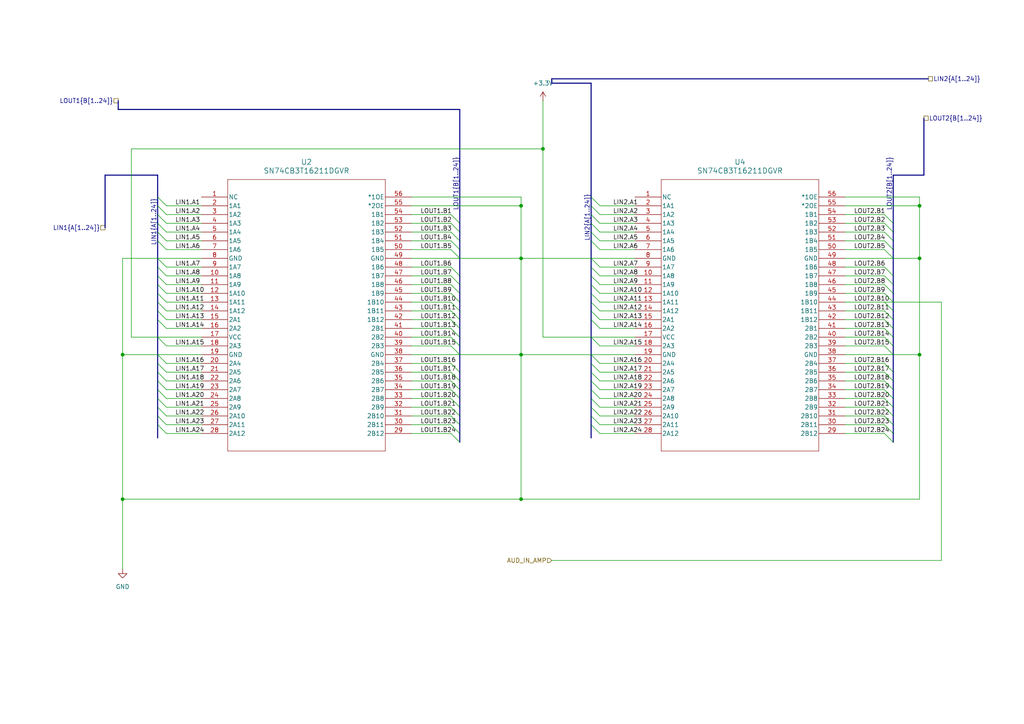
<source format=kicad_sch>
(kicad_sch
	(version 20250114)
	(generator "eeschema")
	(generator_version "9.0")
	(uuid "a165cb03-867d-4874-8a26-ee3c8dab0d11")
	(paper "A4")
	(lib_symbols
		(symbol "power:+3.3V"
			(power)
			(pin_numbers
				(hide yes)
			)
			(pin_names
				(offset 0)
				(hide yes)
			)
			(exclude_from_sim no)
			(in_bom yes)
			(on_board yes)
			(property "Reference" "#PWR"
				(at 0 -3.81 0)
				(effects
					(font
						(size 1.27 1.27)
					)
					(hide yes)
				)
			)
			(property "Value" "+3.3V"
				(at 0 3.556 0)
				(effects
					(font
						(size 1.27 1.27)
					)
				)
			)
			(property "Footprint" ""
				(at 0 0 0)
				(effects
					(font
						(size 1.27 1.27)
					)
					(hide yes)
				)
			)
			(property "Datasheet" ""
				(at 0 0 0)
				(effects
					(font
						(size 1.27 1.27)
					)
					(hide yes)
				)
			)
			(property "Description" "Power symbol creates a global label with name \"+3.3V\""
				(at 0 0 0)
				(effects
					(font
						(size 1.27 1.27)
					)
					(hide yes)
				)
			)
			(property "ki_keywords" "global power"
				(at 0 0 0)
				(effects
					(font
						(size 1.27 1.27)
					)
					(hide yes)
				)
			)
			(symbol "+3.3V_0_1"
				(polyline
					(pts
						(xy -0.762 1.27) (xy 0 2.54)
					)
					(stroke
						(width 0)
						(type default)
					)
					(fill
						(type none)
					)
				)
				(polyline
					(pts
						(xy 0 2.54) (xy 0.762 1.27)
					)
					(stroke
						(width 0)
						(type default)
					)
					(fill
						(type none)
					)
				)
				(polyline
					(pts
						(xy 0 0) (xy 0 2.54)
					)
					(stroke
						(width 0)
						(type default)
					)
					(fill
						(type none)
					)
				)
			)
			(symbol "+3.3V_1_1"
				(pin power_in line
					(at 0 0 90)
					(length 0)
					(name "~"
						(effects
							(font
								(size 1.27 1.27)
							)
						)
					)
					(number "1"
						(effects
							(font
								(size 1.27 1.27)
							)
						)
					)
				)
			)
			(embedded_fonts no)
		)
		(symbol "power:GND"
			(power)
			(pin_numbers
				(hide yes)
			)
			(pin_names
				(offset 0)
				(hide yes)
			)
			(exclude_from_sim no)
			(in_bom yes)
			(on_board yes)
			(property "Reference" "#PWR"
				(at 0 -6.35 0)
				(effects
					(font
						(size 1.27 1.27)
					)
					(hide yes)
				)
			)
			(property "Value" "GND"
				(at 0 -3.81 0)
				(effects
					(font
						(size 1.27 1.27)
					)
				)
			)
			(property "Footprint" ""
				(at 0 0 0)
				(effects
					(font
						(size 1.27 1.27)
					)
					(hide yes)
				)
			)
			(property "Datasheet" ""
				(at 0 0 0)
				(effects
					(font
						(size 1.27 1.27)
					)
					(hide yes)
				)
			)
			(property "Description" "Power symbol creates a global label with name \"GND\" , ground"
				(at 0 0 0)
				(effects
					(font
						(size 1.27 1.27)
					)
					(hide yes)
				)
			)
			(property "ki_keywords" "global power"
				(at 0 0 0)
				(effects
					(font
						(size 1.27 1.27)
					)
					(hide yes)
				)
			)
			(symbol "GND_0_1"
				(polyline
					(pts
						(xy 0 0) (xy 0 -1.27) (xy 1.27 -1.27) (xy 0 -2.54) (xy -1.27 -1.27) (xy 0 -1.27)
					)
					(stroke
						(width 0)
						(type default)
					)
					(fill
						(type none)
					)
				)
			)
			(symbol "GND_1_1"
				(pin power_in line
					(at 0 0 270)
					(length 0)
					(name "~"
						(effects
							(font
								(size 1.27 1.27)
							)
						)
					)
					(number "1"
						(effects
							(font
								(size 1.27 1.27)
							)
						)
					)
				)
			)
			(embedded_fonts no)
		)
		(symbol "sn74cb3t16211:SN74CB3T16211DGVR"
			(pin_names
				(offset 0.254)
			)
			(exclude_from_sim no)
			(in_bom yes)
			(on_board yes)
			(property "Reference" "U"
				(at 30.48 10.16 0)
				(effects
					(font
						(size 1.524 1.524)
					)
				)
			)
			(property "Value" "SN74CB3T16211DGVR"
				(at 30.48 7.62 0)
				(effects
					(font
						(size 1.524 1.524)
					)
				)
			)
			(property "Footprint" "DGV56"
				(at 0 0 0)
				(effects
					(font
						(size 1.27 1.27)
						(italic yes)
					)
					(hide yes)
				)
			)
			(property "Datasheet" "SN74CB3T16211DGVR"
				(at 0 0 0)
				(effects
					(font
						(size 1.27 1.27)
						(italic yes)
					)
					(hide yes)
				)
			)
			(property "Description" ""
				(at 0 0 0)
				(effects
					(font
						(size 1.27 1.27)
					)
					(hide yes)
				)
			)
			(property "ki_locked" ""
				(at 0 0 0)
				(effects
					(font
						(size 1.27 1.27)
					)
				)
			)
			(property "ki_keywords" "SN74CB3T16211DGVR"
				(at 0 0 0)
				(effects
					(font
						(size 1.27 1.27)
					)
					(hide yes)
				)
			)
			(property "ki_fp_filters" "DGV56 DGV56-M DGV56-L"
				(at 0 0 0)
				(effects
					(font
						(size 1.27 1.27)
					)
					(hide yes)
				)
			)
			(symbol "SN74CB3T16211DGVR_0_1"
				(polyline
					(pts
						(xy 7.62 5.08) (xy 7.62 -73.66)
					)
					(stroke
						(width 0.127)
						(type default)
					)
					(fill
						(type none)
					)
				)
				(polyline
					(pts
						(xy 7.62 -73.66) (xy 53.34 -73.66)
					)
					(stroke
						(width 0.127)
						(type default)
					)
					(fill
						(type none)
					)
				)
				(polyline
					(pts
						(xy 53.34 5.08) (xy 7.62 5.08)
					)
					(stroke
						(width 0.127)
						(type default)
					)
					(fill
						(type none)
					)
				)
				(polyline
					(pts
						(xy 53.34 -73.66) (xy 53.34 5.08)
					)
					(stroke
						(width 0.127)
						(type default)
					)
					(fill
						(type none)
					)
				)
				(pin unspecified line
					(at 0 0 0)
					(length 7.62)
					(name "NC"
						(effects
							(font
								(size 1.27 1.27)
							)
						)
					)
					(number "1"
						(effects
							(font
								(size 1.27 1.27)
							)
						)
					)
				)
				(pin bidirectional line
					(at 0 -2.54 0)
					(length 7.62)
					(name "1A1"
						(effects
							(font
								(size 1.27 1.27)
							)
						)
					)
					(number "2"
						(effects
							(font
								(size 1.27 1.27)
							)
						)
					)
				)
				(pin bidirectional line
					(at 0 -5.08 0)
					(length 7.62)
					(name "1A2"
						(effects
							(font
								(size 1.27 1.27)
							)
						)
					)
					(number "3"
						(effects
							(font
								(size 1.27 1.27)
							)
						)
					)
				)
				(pin bidirectional line
					(at 0 -7.62 0)
					(length 7.62)
					(name "1A3"
						(effects
							(font
								(size 1.27 1.27)
							)
						)
					)
					(number "4"
						(effects
							(font
								(size 1.27 1.27)
							)
						)
					)
				)
				(pin bidirectional line
					(at 0 -10.16 0)
					(length 7.62)
					(name "1A4"
						(effects
							(font
								(size 1.27 1.27)
							)
						)
					)
					(number "5"
						(effects
							(font
								(size 1.27 1.27)
							)
						)
					)
				)
				(pin bidirectional line
					(at 0 -12.7 0)
					(length 7.62)
					(name "1A5"
						(effects
							(font
								(size 1.27 1.27)
							)
						)
					)
					(number "6"
						(effects
							(font
								(size 1.27 1.27)
							)
						)
					)
				)
				(pin bidirectional line
					(at 0 -15.24 0)
					(length 7.62)
					(name "1A6"
						(effects
							(font
								(size 1.27 1.27)
							)
						)
					)
					(number "7"
						(effects
							(font
								(size 1.27 1.27)
							)
						)
					)
				)
				(pin power_in line
					(at 0 -17.78 0)
					(length 7.62)
					(name "GND"
						(effects
							(font
								(size 1.27 1.27)
							)
						)
					)
					(number "8"
						(effects
							(font
								(size 1.27 1.27)
							)
						)
					)
				)
				(pin bidirectional line
					(at 0 -20.32 0)
					(length 7.62)
					(name "1A7"
						(effects
							(font
								(size 1.27 1.27)
							)
						)
					)
					(number "9"
						(effects
							(font
								(size 1.27 1.27)
							)
						)
					)
				)
				(pin bidirectional line
					(at 0 -22.86 0)
					(length 7.62)
					(name "1A8"
						(effects
							(font
								(size 1.27 1.27)
							)
						)
					)
					(number "10"
						(effects
							(font
								(size 1.27 1.27)
							)
						)
					)
				)
				(pin bidirectional line
					(at 0 -25.4 0)
					(length 7.62)
					(name "1A9"
						(effects
							(font
								(size 1.27 1.27)
							)
						)
					)
					(number "11"
						(effects
							(font
								(size 1.27 1.27)
							)
						)
					)
				)
				(pin bidirectional line
					(at 0 -27.94 0)
					(length 7.62)
					(name "1A10"
						(effects
							(font
								(size 1.27 1.27)
							)
						)
					)
					(number "12"
						(effects
							(font
								(size 1.27 1.27)
							)
						)
					)
				)
				(pin bidirectional line
					(at 0 -30.48 0)
					(length 7.62)
					(name "1A11"
						(effects
							(font
								(size 1.27 1.27)
							)
						)
					)
					(number "13"
						(effects
							(font
								(size 1.27 1.27)
							)
						)
					)
				)
				(pin bidirectional line
					(at 0 -33.02 0)
					(length 7.62)
					(name "1A12"
						(effects
							(font
								(size 1.27 1.27)
							)
						)
					)
					(number "14"
						(effects
							(font
								(size 1.27 1.27)
							)
						)
					)
				)
				(pin power_in line
					(at 0 -35.56 0)
					(length 7.62)
					(name "2A1"
						(effects
							(font
								(size 1.27 1.27)
							)
						)
					)
					(number "15"
						(effects
							(font
								(size 1.27 1.27)
							)
						)
					)
				)
				(pin bidirectional line
					(at 0 -38.1 0)
					(length 7.62)
					(name "2A2"
						(effects
							(font
								(size 1.27 1.27)
							)
						)
					)
					(number "16"
						(effects
							(font
								(size 1.27 1.27)
							)
						)
					)
				)
				(pin power_in line
					(at 0 -40.64 0)
					(length 7.62)
					(name "VCC"
						(effects
							(font
								(size 1.27 1.27)
							)
						)
					)
					(number "17"
						(effects
							(font
								(size 1.27 1.27)
							)
						)
					)
				)
				(pin bidirectional line
					(at 0 -43.18 0)
					(length 7.62)
					(name "2A3"
						(effects
							(font
								(size 1.27 1.27)
							)
						)
					)
					(number "18"
						(effects
							(font
								(size 1.27 1.27)
							)
						)
					)
				)
				(pin power_in line
					(at 0 -45.72 0)
					(length 7.62)
					(name "GND"
						(effects
							(font
								(size 1.27 1.27)
							)
						)
					)
					(number "19"
						(effects
							(font
								(size 1.27 1.27)
							)
						)
					)
				)
				(pin bidirectional line
					(at 0 -48.26 0)
					(length 7.62)
					(name "2A4"
						(effects
							(font
								(size 1.27 1.27)
							)
						)
					)
					(number "20"
						(effects
							(font
								(size 1.27 1.27)
							)
						)
					)
				)
				(pin bidirectional line
					(at 0 -50.8 0)
					(length 7.62)
					(name "2A5"
						(effects
							(font
								(size 1.27 1.27)
							)
						)
					)
					(number "21"
						(effects
							(font
								(size 1.27 1.27)
							)
						)
					)
				)
				(pin bidirectional line
					(at 0 -53.34 0)
					(length 7.62)
					(name "2A6"
						(effects
							(font
								(size 1.27 1.27)
							)
						)
					)
					(number "22"
						(effects
							(font
								(size 1.27 1.27)
							)
						)
					)
				)
				(pin bidirectional line
					(at 0 -55.88 0)
					(length 7.62)
					(name "2A7"
						(effects
							(font
								(size 1.27 1.27)
							)
						)
					)
					(number "23"
						(effects
							(font
								(size 1.27 1.27)
							)
						)
					)
				)
				(pin bidirectional line
					(at 0 -58.42 0)
					(length 7.62)
					(name "2A8"
						(effects
							(font
								(size 1.27 1.27)
							)
						)
					)
					(number "24"
						(effects
							(font
								(size 1.27 1.27)
							)
						)
					)
				)
				(pin bidirectional line
					(at 0 -60.96 0)
					(length 7.62)
					(name "2A9"
						(effects
							(font
								(size 1.27 1.27)
							)
						)
					)
					(number "25"
						(effects
							(font
								(size 1.27 1.27)
							)
						)
					)
				)
				(pin bidirectional line
					(at 0 -63.5 0)
					(length 7.62)
					(name "2A10"
						(effects
							(font
								(size 1.27 1.27)
							)
						)
					)
					(number "26"
						(effects
							(font
								(size 1.27 1.27)
							)
						)
					)
				)
				(pin bidirectional line
					(at 0 -66.04 0)
					(length 7.62)
					(name "2A11"
						(effects
							(font
								(size 1.27 1.27)
							)
						)
					)
					(number "27"
						(effects
							(font
								(size 1.27 1.27)
							)
						)
					)
				)
				(pin bidirectional line
					(at 0 -68.58 0)
					(length 7.62)
					(name "2A12"
						(effects
							(font
								(size 1.27 1.27)
							)
						)
					)
					(number "28"
						(effects
							(font
								(size 1.27 1.27)
							)
						)
					)
				)
				(pin input line
					(at 60.96 0 180)
					(length 7.62)
					(name "*1OE"
						(effects
							(font
								(size 1.27 1.27)
							)
						)
					)
					(number "56"
						(effects
							(font
								(size 1.27 1.27)
							)
						)
					)
				)
				(pin input line
					(at 60.96 -2.54 180)
					(length 7.62)
					(name "*2OE"
						(effects
							(font
								(size 1.27 1.27)
							)
						)
					)
					(number "55"
						(effects
							(font
								(size 1.27 1.27)
							)
						)
					)
				)
				(pin bidirectional line
					(at 60.96 -5.08 180)
					(length 7.62)
					(name "1B1"
						(effects
							(font
								(size 1.27 1.27)
							)
						)
					)
					(number "54"
						(effects
							(font
								(size 1.27 1.27)
							)
						)
					)
				)
				(pin bidirectional line
					(at 60.96 -7.62 180)
					(length 7.62)
					(name "1B2"
						(effects
							(font
								(size 1.27 1.27)
							)
						)
					)
					(number "53"
						(effects
							(font
								(size 1.27 1.27)
							)
						)
					)
				)
				(pin bidirectional line
					(at 60.96 -10.16 180)
					(length 7.62)
					(name "1B3"
						(effects
							(font
								(size 1.27 1.27)
							)
						)
					)
					(number "52"
						(effects
							(font
								(size 1.27 1.27)
							)
						)
					)
				)
				(pin bidirectional line
					(at 60.96 -12.7 180)
					(length 7.62)
					(name "1B4"
						(effects
							(font
								(size 1.27 1.27)
							)
						)
					)
					(number "51"
						(effects
							(font
								(size 1.27 1.27)
							)
						)
					)
				)
				(pin bidirectional line
					(at 60.96 -15.24 180)
					(length 7.62)
					(name "1B5"
						(effects
							(font
								(size 1.27 1.27)
							)
						)
					)
					(number "50"
						(effects
							(font
								(size 1.27 1.27)
							)
						)
					)
				)
				(pin power_in line
					(at 60.96 -17.78 180)
					(length 7.62)
					(name "GND"
						(effects
							(font
								(size 1.27 1.27)
							)
						)
					)
					(number "49"
						(effects
							(font
								(size 1.27 1.27)
							)
						)
					)
				)
				(pin bidirectional line
					(at 60.96 -20.32 180)
					(length 7.62)
					(name "1B6"
						(effects
							(font
								(size 1.27 1.27)
							)
						)
					)
					(number "48"
						(effects
							(font
								(size 1.27 1.27)
							)
						)
					)
				)
				(pin bidirectional line
					(at 60.96 -22.86 180)
					(length 7.62)
					(name "1B7"
						(effects
							(font
								(size 1.27 1.27)
							)
						)
					)
					(number "47"
						(effects
							(font
								(size 1.27 1.27)
							)
						)
					)
				)
				(pin bidirectional line
					(at 60.96 -25.4 180)
					(length 7.62)
					(name "1B8"
						(effects
							(font
								(size 1.27 1.27)
							)
						)
					)
					(number "46"
						(effects
							(font
								(size 1.27 1.27)
							)
						)
					)
				)
				(pin bidirectional line
					(at 60.96 -27.94 180)
					(length 7.62)
					(name "1B9"
						(effects
							(font
								(size 1.27 1.27)
							)
						)
					)
					(number "45"
						(effects
							(font
								(size 1.27 1.27)
							)
						)
					)
				)
				(pin bidirectional line
					(at 60.96 -30.48 180)
					(length 7.62)
					(name "1B10"
						(effects
							(font
								(size 1.27 1.27)
							)
						)
					)
					(number "44"
						(effects
							(font
								(size 1.27 1.27)
							)
						)
					)
				)
				(pin bidirectional line
					(at 60.96 -33.02 180)
					(length 7.62)
					(name "1B11"
						(effects
							(font
								(size 1.27 1.27)
							)
						)
					)
					(number "43"
						(effects
							(font
								(size 1.27 1.27)
							)
						)
					)
				)
				(pin bidirectional line
					(at 60.96 -35.56 180)
					(length 7.62)
					(name "1B12"
						(effects
							(font
								(size 1.27 1.27)
							)
						)
					)
					(number "42"
						(effects
							(font
								(size 1.27 1.27)
							)
						)
					)
				)
				(pin bidirectional line
					(at 60.96 -38.1 180)
					(length 7.62)
					(name "2B1"
						(effects
							(font
								(size 1.27 1.27)
							)
						)
					)
					(number "41"
						(effects
							(font
								(size 1.27 1.27)
							)
						)
					)
				)
				(pin bidirectional line
					(at 60.96 -40.64 180)
					(length 7.62)
					(name "2B2"
						(effects
							(font
								(size 1.27 1.27)
							)
						)
					)
					(number "40"
						(effects
							(font
								(size 1.27 1.27)
							)
						)
					)
				)
				(pin bidirectional line
					(at 60.96 -43.18 180)
					(length 7.62)
					(name "2B3"
						(effects
							(font
								(size 1.27 1.27)
							)
						)
					)
					(number "39"
						(effects
							(font
								(size 1.27 1.27)
							)
						)
					)
				)
				(pin power_in line
					(at 60.96 -45.72 180)
					(length 7.62)
					(name "GND"
						(effects
							(font
								(size 1.27 1.27)
							)
						)
					)
					(number "38"
						(effects
							(font
								(size 1.27 1.27)
							)
						)
					)
				)
				(pin bidirectional line
					(at 60.96 -48.26 180)
					(length 7.62)
					(name "2B4"
						(effects
							(font
								(size 1.27 1.27)
							)
						)
					)
					(number "37"
						(effects
							(font
								(size 1.27 1.27)
							)
						)
					)
				)
				(pin bidirectional line
					(at 60.96 -50.8 180)
					(length 7.62)
					(name "2B5"
						(effects
							(font
								(size 1.27 1.27)
							)
						)
					)
					(number "36"
						(effects
							(font
								(size 1.27 1.27)
							)
						)
					)
				)
				(pin bidirectional line
					(at 60.96 -53.34 180)
					(length 7.62)
					(name "2B6"
						(effects
							(font
								(size 1.27 1.27)
							)
						)
					)
					(number "35"
						(effects
							(font
								(size 1.27 1.27)
							)
						)
					)
				)
				(pin bidirectional line
					(at 60.96 -55.88 180)
					(length 7.62)
					(name "2B7"
						(effects
							(font
								(size 1.27 1.27)
							)
						)
					)
					(number "34"
						(effects
							(font
								(size 1.27 1.27)
							)
						)
					)
				)
				(pin bidirectional line
					(at 60.96 -58.42 180)
					(length 7.62)
					(name "2B8"
						(effects
							(font
								(size 1.27 1.27)
							)
						)
					)
					(number "33"
						(effects
							(font
								(size 1.27 1.27)
							)
						)
					)
				)
				(pin bidirectional line
					(at 60.96 -60.96 180)
					(length 7.62)
					(name "2B9"
						(effects
							(font
								(size 1.27 1.27)
							)
						)
					)
					(number "32"
						(effects
							(font
								(size 1.27 1.27)
							)
						)
					)
				)
				(pin bidirectional line
					(at 60.96 -63.5 180)
					(length 7.62)
					(name "2B10"
						(effects
							(font
								(size 1.27 1.27)
							)
						)
					)
					(number "31"
						(effects
							(font
								(size 1.27 1.27)
							)
						)
					)
				)
				(pin bidirectional line
					(at 60.96 -66.04 180)
					(length 7.62)
					(name "2B11"
						(effects
							(font
								(size 1.27 1.27)
							)
						)
					)
					(number "30"
						(effects
							(font
								(size 1.27 1.27)
							)
						)
					)
				)
				(pin bidirectional line
					(at 60.96 -68.58 180)
					(length 7.62)
					(name "2B12"
						(effects
							(font
								(size 1.27 1.27)
							)
						)
					)
					(number "29"
						(effects
							(font
								(size 1.27 1.27)
							)
						)
					)
				)
			)
			(embedded_fonts no)
		)
	)
	(junction
		(at 266.7 59.69)
		(diameter 0)
		(color 0 0 0 0)
		(uuid "1902c97b-4fe8-4c2c-b63c-b99330d5b05c")
	)
	(junction
		(at 151.13 144.78)
		(diameter 0)
		(color 0 0 0 0)
		(uuid "2527d0e4-1aa2-4efb-b45c-ab0d5a9a52d6")
	)
	(junction
		(at 266.7 102.87)
		(diameter 0)
		(color 0 0 0 0)
		(uuid "356ca94b-0986-4e53-861a-9c1fd84e9ae2")
	)
	(junction
		(at 151.13 102.87)
		(diameter 0)
		(color 0 0 0 0)
		(uuid "5e800b7d-3aa3-4e6f-9933-ab9b1141d0d1")
	)
	(junction
		(at 266.7 74.93)
		(diameter 0)
		(color 0 0 0 0)
		(uuid "60067b09-2028-4fc1-8e52-ce8985fa8a81")
	)
	(junction
		(at 35.56 102.87)
		(diameter 0)
		(color 0 0 0 0)
		(uuid "731236cc-8137-4085-9a35-048aa97b0545")
	)
	(junction
		(at 157.48 43.18)
		(diameter 0)
		(color 0 0 0 0)
		(uuid "971c0fd5-befb-438c-99c5-b3c136533e64")
	)
	(junction
		(at 151.13 59.69)
		(diameter 0)
		(color 0 0 0 0)
		(uuid "b9127247-328a-4bf3-b450-166bd2bc8ddd")
	)
	(junction
		(at 35.56 144.78)
		(diameter 0)
		(color 0 0 0 0)
		(uuid "e3a42a75-3ef7-49e1-b390-3ba72277eb55")
	)
	(junction
		(at 151.13 74.93)
		(diameter 0)
		(color 0 0 0 0)
		(uuid "ef2c811b-ea3a-4a08-981d-442b2e61cc38")
	)
	(bus_entry
		(at 256.54 90.17)
		(size 2.54 2.54)
		(stroke
			(width 0)
			(type default)
		)
		(uuid "04c0a0ff-442b-45f6-b75f-0edc25f98396")
	)
	(bus_entry
		(at 171.45 123.19)
		(size 2.54 2.54)
		(stroke
			(width 0)
			(type default)
		)
		(uuid "04d22dd5-d825-4145-8d2b-67c0734fe94d")
	)
	(bus_entry
		(at 256.54 118.11)
		(size 2.54 2.54)
		(stroke
			(width 0)
			(type default)
		)
		(uuid "0654a554-6da9-46ab-bc48-ce811649338c")
	)
	(bus_entry
		(at 130.81 72.39)
		(size 2.54 2.54)
		(stroke
			(width 0)
			(type default)
		)
		(uuid "0c95ed12-c7a5-4039-8f59-559e8e55c2f5")
	)
	(bus_entry
		(at 130.81 62.23)
		(size 2.54 2.54)
		(stroke
			(width 0)
			(type default)
		)
		(uuid "0e599759-5b40-4311-b195-ad9f78e50ef6")
	)
	(bus_entry
		(at 171.45 80.01)
		(size 2.54 2.54)
		(stroke
			(width 0)
			(type default)
		)
		(uuid "10525a19-b7db-49f4-8076-3be175bd88cc")
	)
	(bus_entry
		(at 171.45 67.31)
		(size 2.54 2.54)
		(stroke
			(width 0)
			(type default)
		)
		(uuid "1181e3b8-4e97-49f8-b29c-0e1fbd2d409e")
	)
	(bus_entry
		(at 256.54 67.31)
		(size 2.54 2.54)
		(stroke
			(width 0)
			(type default)
		)
		(uuid "12931bf3-00cb-41aa-b1bb-e4e6c2dae914")
	)
	(bus_entry
		(at 45.72 74.93)
		(size 2.54 2.54)
		(stroke
			(width 0)
			(type default)
		)
		(uuid "1635ad87-a0fc-4ae3-94b2-0948648cd08e")
	)
	(bus_entry
		(at 45.72 97.79)
		(size 2.54 2.54)
		(stroke
			(width 0)
			(type default)
		)
		(uuid "16685299-115a-4a49-9f6a-f9072a1bc6cb")
	)
	(bus_entry
		(at 256.54 100.33)
		(size 2.54 2.54)
		(stroke
			(width 0)
			(type default)
		)
		(uuid "1b4ccafc-98ad-4e93-b933-73ae7421dede")
	)
	(bus_entry
		(at 45.72 82.55)
		(size 2.54 2.54)
		(stroke
			(width 0)
			(type default)
		)
		(uuid "1d10af25-3d3b-4586-8e13-b936ea1fb3c5")
	)
	(bus_entry
		(at 256.54 80.01)
		(size 2.54 2.54)
		(stroke
			(width 0)
			(type default)
		)
		(uuid "1d4133ea-03c9-49c5-a633-de05b1a20f7d")
	)
	(bus_entry
		(at 130.81 82.55)
		(size 2.54 2.54)
		(stroke
			(width 0)
			(type default)
		)
		(uuid "1f214aa3-7a65-43d3-9d08-a9811cd04529")
	)
	(bus_entry
		(at 130.81 110.49)
		(size 2.54 2.54)
		(stroke
			(width 0)
			(type default)
		)
		(uuid "224fb53a-ff8a-4795-9c5e-f5aabf183e2c")
	)
	(bus_entry
		(at 256.54 77.47)
		(size 2.54 2.54)
		(stroke
			(width 0)
			(type default)
		)
		(uuid "22b5fbd1-df1b-49f9-bc15-e0aa18055829")
	)
	(bus_entry
		(at 171.45 97.79)
		(size 2.54 2.54)
		(stroke
			(width 0)
			(type default)
		)
		(uuid "2804a222-143f-4d42-a723-cd213c5b2c50")
	)
	(bus_entry
		(at 130.81 77.47)
		(size 2.54 2.54)
		(stroke
			(width 0)
			(type default)
		)
		(uuid "29935b10-6c38-44fb-b0dc-07d36d373dc7")
	)
	(bus_entry
		(at 45.72 85.09)
		(size 2.54 2.54)
		(stroke
			(width 0)
			(type default)
		)
		(uuid "2a5ea080-eef7-43b3-9fb0-c9cee0f6eb3f")
	)
	(bus_entry
		(at 45.72 102.87)
		(size 2.54 2.54)
		(stroke
			(width 0)
			(type default)
		)
		(uuid "2e1eed98-eaa4-4cf6-b422-49ca7dfb009a")
	)
	(bus_entry
		(at 45.72 67.31)
		(size 2.54 2.54)
		(stroke
			(width 0)
			(type default)
		)
		(uuid "2f785ea4-3b00-4edb-baea-53715f95c791")
	)
	(bus_entry
		(at 256.54 69.85)
		(size 2.54 2.54)
		(stroke
			(width 0)
			(type default)
		)
		(uuid "313d7930-b8e1-4daf-ab4b-9bd5ea5c962f")
	)
	(bus_entry
		(at 256.54 72.39)
		(size 2.54 2.54)
		(stroke
			(width 0)
			(type default)
		)
		(uuid "318cbeed-b826-4e1d-a0ad-0bb7950c8b80")
	)
	(bus_entry
		(at 171.45 87.63)
		(size 2.54 2.54)
		(stroke
			(width 0)
			(type default)
		)
		(uuid "3389ee92-bf28-425d-b3d2-aac959686300")
	)
	(bus_entry
		(at 256.54 95.25)
		(size 2.54 2.54)
		(stroke
			(width 0)
			(type default)
		)
		(uuid "35e6af2c-6363-466d-903a-7388f60a97cd")
	)
	(bus_entry
		(at 45.72 87.63)
		(size 2.54 2.54)
		(stroke
			(width 0)
			(type default)
		)
		(uuid "3d619283-3bbe-457f-884e-6d00d0059e37")
	)
	(bus_entry
		(at 45.72 90.17)
		(size 2.54 2.54)
		(stroke
			(width 0)
			(type default)
		)
		(uuid "40503753-2992-4f88-873d-b1c6cdcea988")
	)
	(bus_entry
		(at 45.72 92.71)
		(size 2.54 2.54)
		(stroke
			(width 0)
			(type default)
		)
		(uuid "4287fd08-4dee-4676-8e24-0d6f04f1e446")
	)
	(bus_entry
		(at 45.72 118.11)
		(size 2.54 2.54)
		(stroke
			(width 0)
			(type default)
		)
		(uuid "4915d294-aa09-408a-97be-9f69007da93c")
	)
	(bus_entry
		(at 130.81 125.73)
		(size 2.54 2.54)
		(stroke
			(width 0)
			(type default)
		)
		(uuid "49404679-9d2e-4960-994d-0bcc92c80141")
	)
	(bus_entry
		(at 171.45 82.55)
		(size 2.54 2.54)
		(stroke
			(width 0)
			(type default)
		)
		(uuid "4967a6f3-b36a-4534-a0fb-6f7309cac35b")
	)
	(bus_entry
		(at 45.72 120.65)
		(size 2.54 2.54)
		(stroke
			(width 0)
			(type default)
		)
		(uuid "49fcfc39-caf7-48ef-8492-a481625d26db")
	)
	(bus_entry
		(at 45.72 80.01)
		(size 2.54 2.54)
		(stroke
			(width 0)
			(type default)
		)
		(uuid "4c697c15-887b-4088-bddf-b8046e418f48")
	)
	(bus_entry
		(at 130.81 105.41)
		(size 2.54 2.54)
		(stroke
			(width 0)
			(type default)
		)
		(uuid "4d453b5f-918d-440f-90bf-2e2b356e52a4")
	)
	(bus_entry
		(at 45.72 62.23)
		(size 2.54 2.54)
		(stroke
			(width 0)
			(type default)
		)
		(uuid "53163cc0-0d16-4175-9177-a7a9bc1db283")
	)
	(bus_entry
		(at 256.54 92.71)
		(size 2.54 2.54)
		(stroke
			(width 0)
			(type default)
		)
		(uuid "58b976d0-5472-4f60-b8e0-e2fa7e0fdad7")
	)
	(bus_entry
		(at 256.54 64.77)
		(size 2.54 2.54)
		(stroke
			(width 0)
			(type default)
		)
		(uuid "597cd1ce-15b9-4ec1-b4d4-5483f4d285b7")
	)
	(bus_entry
		(at 130.81 95.25)
		(size 2.54 2.54)
		(stroke
			(width 0)
			(type default)
		)
		(uuid "5e793fa0-dce1-4f1d-b408-edf112011e8c")
	)
	(bus_entry
		(at 171.45 115.57)
		(size 2.54 2.54)
		(stroke
			(width 0)
			(type default)
		)
		(uuid "5f36193f-d5b4-4cb3-b000-6c352cb8a26a")
	)
	(bus_entry
		(at 256.54 107.95)
		(size 2.54 2.54)
		(stroke
			(width 0)
			(type default)
		)
		(uuid "65bcfac1-76ab-4715-8ab5-635da571d7e6")
	)
	(bus_entry
		(at 130.81 80.01)
		(size 2.54 2.54)
		(stroke
			(width 0)
			(type default)
		)
		(uuid "681c1676-bf23-4f35-b5ea-f2da16dc535f")
	)
	(bus_entry
		(at 45.72 107.95)
		(size 2.54 2.54)
		(stroke
			(width 0)
			(type default)
		)
		(uuid "68c9f291-d1b5-41de-84fd-221841284143")
	)
	(bus_entry
		(at 130.81 97.79)
		(size 2.54 2.54)
		(stroke
			(width 0)
			(type default)
		)
		(uuid "6ce07ef5-2dd8-45f0-b725-e5bd62802cae")
	)
	(bus_entry
		(at 130.81 85.09)
		(size 2.54 2.54)
		(stroke
			(width 0)
			(type default)
		)
		(uuid "6ea33fc9-99c6-46a7-8c90-6ee4582b3eff")
	)
	(bus_entry
		(at 171.45 105.41)
		(size 2.54 2.54)
		(stroke
			(width 0)
			(type default)
		)
		(uuid "7713261f-5317-4ae8-8832-c249e4816c13")
	)
	(bus_entry
		(at 45.72 115.57)
		(size 2.54 2.54)
		(stroke
			(width 0)
			(type default)
		)
		(uuid "7c4eae8d-99db-490a-9857-83e15355b85d")
	)
	(bus_entry
		(at 171.45 102.87)
		(size 2.54 2.54)
		(stroke
			(width 0)
			(type default)
		)
		(uuid "7d9dbe5b-261e-4250-a0c4-14f7bcd56279")
	)
	(bus_entry
		(at 130.81 120.65)
		(size 2.54 2.54)
		(stroke
			(width 0)
			(type default)
		)
		(uuid "7e24ad10-3205-4a8f-971e-707f32ab890e")
	)
	(bus_entry
		(at 130.81 118.11)
		(size 2.54 2.54)
		(stroke
			(width 0)
			(type default)
		)
		(uuid "7e734dd8-cca8-4779-a91a-c6810f7c0103")
	)
	(bus_entry
		(at 171.45 110.49)
		(size 2.54 2.54)
		(stroke
			(width 0)
			(type default)
		)
		(uuid "7f01d85d-6bd2-42d3-9a1c-95f10269d45f")
	)
	(bus_entry
		(at 171.45 120.65)
		(size 2.54 2.54)
		(stroke
			(width 0)
			(type default)
		)
		(uuid "7f6333aa-5ae6-4fd6-9ea9-2dff289c1b95")
	)
	(bus_entry
		(at 256.54 120.65)
		(size 2.54 2.54)
		(stroke
			(width 0)
			(type default)
		)
		(uuid "7ff1f81f-46ff-4fc1-b74b-655d62044098")
	)
	(bus_entry
		(at 171.45 74.93)
		(size 2.54 2.54)
		(stroke
			(width 0)
			(type default)
		)
		(uuid "80089c46-f870-4aa3-a017-e3a6b42dcdc0")
	)
	(bus_entry
		(at 256.54 125.73)
		(size 2.54 2.54)
		(stroke
			(width 0)
			(type default)
		)
		(uuid "81216216-b1ac-4375-acb1-8fcabd144e9f")
	)
	(bus_entry
		(at 130.81 92.71)
		(size 2.54 2.54)
		(stroke
			(width 0)
			(type default)
		)
		(uuid "83a26dfd-7f92-4c9b-b93b-7ced141d03b4")
	)
	(bus_entry
		(at 256.54 123.19)
		(size 2.54 2.54)
		(stroke
			(width 0)
			(type default)
		)
		(uuid "84231a57-dc21-41f6-8c24-fd79c2294eab")
	)
	(bus_entry
		(at 45.72 57.15)
		(size 2.54 2.54)
		(stroke
			(width 0)
			(type default)
		)
		(uuid "85cb5763-2fe5-458c-ab05-84a1431876f8")
	)
	(bus_entry
		(at 45.72 110.49)
		(size 2.54 2.54)
		(stroke
			(width 0)
			(type default)
		)
		(uuid "89dd1aaf-8139-4d72-941e-2e4363a4942b")
	)
	(bus_entry
		(at 45.72 113.03)
		(size 2.54 2.54)
		(stroke
			(width 0)
			(type default)
		)
		(uuid "8d331eb3-3cf6-4199-b863-86811312b7da")
	)
	(bus_entry
		(at 45.72 69.85)
		(size 2.54 2.54)
		(stroke
			(width 0)
			(type default)
		)
		(uuid "8e5891a5-4c40-4fa8-9851-9774312f6a06")
	)
	(bus_entry
		(at 171.45 90.17)
		(size 2.54 2.54)
		(stroke
			(width 0)
			(type default)
		)
		(uuid "9127e70b-aec5-4331-823f-20ec57efaa57")
	)
	(bus_entry
		(at 130.81 87.63)
		(size 2.54 2.54)
		(stroke
			(width 0)
			(type default)
		)
		(uuid "9ea12fda-737a-469a-a87b-ba00d7c03c6a")
	)
	(bus_entry
		(at 45.72 105.41)
		(size 2.54 2.54)
		(stroke
			(width 0)
			(type default)
		)
		(uuid "a895beb7-ce5e-463b-b996-168ebc6eb643")
	)
	(bus_entry
		(at 130.81 67.31)
		(size 2.54 2.54)
		(stroke
			(width 0)
			(type default)
		)
		(uuid "ab1f09c7-81c5-4a8f-a602-bcb7c56b2c17")
	)
	(bus_entry
		(at 45.72 64.77)
		(size 2.54 2.54)
		(stroke
			(width 0)
			(type default)
		)
		(uuid "abd19155-4437-43c9-a64a-489640386112")
	)
	(bus_entry
		(at 130.81 64.77)
		(size 2.54 2.54)
		(stroke
			(width 0)
			(type default)
		)
		(uuid "abe8b792-52c3-4984-8335-4cff294fe9c0")
	)
	(bus_entry
		(at 130.81 69.85)
		(size 2.54 2.54)
		(stroke
			(width 0)
			(type default)
		)
		(uuid "acdf8470-5362-4002-9ba4-93174d44284f")
	)
	(bus_entry
		(at 256.54 85.09)
		(size 2.54 2.54)
		(stroke
			(width 0)
			(type default)
		)
		(uuid "b17c362b-c802-49db-bb9b-d15cf50e3ec0")
	)
	(bus_entry
		(at 171.45 77.47)
		(size 2.54 2.54)
		(stroke
			(width 0)
			(type default)
		)
		(uuid "b9645b62-80ef-44cb-acd6-70555608ee37")
	)
	(bus_entry
		(at 256.54 97.79)
		(size 2.54 2.54)
		(stroke
			(width 0)
			(type default)
		)
		(uuid "bb8a261d-e0cc-4f81-8adc-e51e38041b47")
	)
	(bus_entry
		(at 171.45 118.11)
		(size 2.54 2.54)
		(stroke
			(width 0)
			(type default)
		)
		(uuid "bef1e2f2-ab4f-47da-b385-72b409d5abec")
	)
	(bus_entry
		(at 130.81 100.33)
		(size 2.54 2.54)
		(stroke
			(width 0)
			(type default)
		)
		(uuid "bf2a29fe-5148-41af-aa94-e2d8e02b2c5f")
	)
	(bus_entry
		(at 171.45 57.15)
		(size 2.54 2.54)
		(stroke
			(width 0)
			(type default)
		)
		(uuid "c059a618-06b2-4bcb-94a6-b03f7d62ad94")
	)
	(bus_entry
		(at 171.45 59.69)
		(size 2.54 2.54)
		(stroke
			(width 0)
			(type default)
		)
		(uuid "c1c3ee06-4e8e-4636-9aac-c70097e96f71")
	)
	(bus_entry
		(at 130.81 107.95)
		(size 2.54 2.54)
		(stroke
			(width 0)
			(type default)
		)
		(uuid "c5c6ca5e-dc22-4b2e-baba-2fc92dbeaa1f")
	)
	(bus_entry
		(at 171.45 85.09)
		(size 2.54 2.54)
		(stroke
			(width 0)
			(type default)
		)
		(uuid "c7f8c560-7f08-46eb-aa5a-acc577ea6f74")
	)
	(bus_entry
		(at 256.54 87.63)
		(size 2.54 2.54)
		(stroke
			(width 0)
			(type default)
		)
		(uuid "ca0ba367-db6a-4a38-a3bd-1ad788d876de")
	)
	(bus_entry
		(at 45.72 123.19)
		(size 2.54 2.54)
		(stroke
			(width 0)
			(type default)
		)
		(uuid "cfd3b0c2-0782-48df-885a-4425d11e5013")
	)
	(bus_entry
		(at 256.54 115.57)
		(size 2.54 2.54)
		(stroke
			(width 0)
			(type default)
		)
		(uuid "d71203ae-3d99-4730-95d6-0455cae68714")
	)
	(bus_entry
		(at 171.45 69.85)
		(size 2.54 2.54)
		(stroke
			(width 0)
			(type default)
		)
		(uuid "d7abf478-00d4-4b0b-948b-a38b2f828ae1")
	)
	(bus_entry
		(at 256.54 105.41)
		(size 2.54 2.54)
		(stroke
			(width 0)
			(type default)
		)
		(uuid "dd1cfa6f-7da5-4b56-ad8c-7f6fc592ccb1")
	)
	(bus_entry
		(at 256.54 82.55)
		(size 2.54 2.54)
		(stroke
			(width 0)
			(type default)
		)
		(uuid "de54d6ae-e5c0-4a74-a53e-652d33f32897")
	)
	(bus_entry
		(at 171.45 107.95)
		(size 2.54 2.54)
		(stroke
			(width 0)
			(type default)
		)
		(uuid "dfc8a2e5-0bc0-4a3b-b9f1-c801dae9d2f9")
	)
	(bus_entry
		(at 171.45 62.23)
		(size 2.54 2.54)
		(stroke
			(width 0)
			(type default)
		)
		(uuid "e16dda05-5c9e-4b4e-8fb7-378a21e2602c")
	)
	(bus_entry
		(at 130.81 123.19)
		(size 2.54 2.54)
		(stroke
			(width 0)
			(type default)
		)
		(uuid "e4009b09-dfae-4c65-9272-fb4166376487")
	)
	(bus_entry
		(at 45.72 77.47)
		(size 2.54 2.54)
		(stroke
			(width 0)
			(type default)
		)
		(uuid "e9cbc864-b9f7-426d-90bd-5310b06a6349")
	)
	(bus_entry
		(at 130.81 115.57)
		(size 2.54 2.54)
		(stroke
			(width 0)
			(type default)
		)
		(uuid "ed5d1f4b-bcef-44cd-924f-5dedd6b2c007")
	)
	(bus_entry
		(at 130.81 113.03)
		(size 2.54 2.54)
		(stroke
			(width 0)
			(type default)
		)
		(uuid "edbe1e34-f243-4bc8-a1bb-b359683eb588")
	)
	(bus_entry
		(at 171.45 64.77)
		(size 2.54 2.54)
		(stroke
			(width 0)
			(type default)
		)
		(uuid "edcf8559-0c51-4a84-b84f-42e633562f69")
	)
	(bus_entry
		(at 171.45 92.71)
		(size 2.54 2.54)
		(stroke
			(width 0)
			(type default)
		)
		(uuid "f44c5d64-b9e8-4cd6-a6be-9534a3d3dd94")
	)
	(bus_entry
		(at 256.54 113.03)
		(size 2.54 2.54)
		(stroke
			(width 0)
			(type default)
		)
		(uuid "f7ed163d-bdb9-497a-aa3e-cfeaf28e4bd8")
	)
	(bus_entry
		(at 130.81 90.17)
		(size 2.54 2.54)
		(stroke
			(width 0)
			(type default)
		)
		(uuid "f879f217-3b34-4ea4-9bd4-efd1cc9693cf")
	)
	(bus_entry
		(at 171.45 113.03)
		(size 2.54 2.54)
		(stroke
			(width 0)
			(type default)
		)
		(uuid "f9acc45f-cc29-4363-a7d5-353375c22e05")
	)
	(bus_entry
		(at 256.54 62.23)
		(size 2.54 2.54)
		(stroke
			(width 0)
			(type default)
		)
		(uuid "fc5f4c21-e386-427a-8742-773f437ac498")
	)
	(bus_entry
		(at 256.54 110.49)
		(size 2.54 2.54)
		(stroke
			(width 0)
			(type default)
		)
		(uuid "fd32ec5d-f9fc-44ef-9275-00f539b196fb")
	)
	(bus_entry
		(at 45.72 59.69)
		(size 2.54 2.54)
		(stroke
			(width 0)
			(type default)
		)
		(uuid "fe02f873-7e7e-4888-81ef-4aec2634005c")
	)
	(wire
		(pts
			(xy 48.26 100.33) (xy 58.42 100.33)
		)
		(stroke
			(width 0)
			(type default)
		)
		(uuid "00dfcab2-889f-41cc-955f-a80e00cd107a")
	)
	(wire
		(pts
			(xy 48.26 85.09) (xy 58.42 85.09)
		)
		(stroke
			(width 0)
			(type default)
		)
		(uuid "01eed4e8-f981-469c-90be-9587dc67c8c5")
	)
	(bus
		(pts
			(xy 133.35 67.31) (xy 133.35 69.85)
		)
		(stroke
			(width 0)
			(type default)
		)
		(uuid "03f75406-dec9-476b-8fe8-63aa8b8f95f5")
	)
	(wire
		(pts
			(xy 171.45 97.79) (xy 157.48 97.79)
		)
		(stroke
			(width 0)
			(type default)
		)
		(uuid "042ddbf4-6fd9-48b4-8ef5-0ec0d29836a2")
	)
	(bus
		(pts
			(xy 171.45 107.95) (xy 171.45 110.49)
		)
		(stroke
			(width 0)
			(type default)
		)
		(uuid "0655835c-ccd0-4333-81a1-fa804464852a")
	)
	(wire
		(pts
			(xy 48.26 118.11) (xy 58.42 118.11)
		)
		(stroke
			(width 0)
			(type default)
		)
		(uuid "07582706-053d-4065-9be7-4b3c121cd0dc")
	)
	(wire
		(pts
			(xy 119.38 90.17) (xy 130.81 90.17)
		)
		(stroke
			(width 0)
			(type default)
		)
		(uuid "084f0e4c-0443-416d-b82d-694ca14bc369")
	)
	(wire
		(pts
			(xy 245.11 59.69) (xy 266.7 59.69)
		)
		(stroke
			(width 0)
			(type default)
		)
		(uuid "0a998459-7b8c-45c3-a852-b83d596ed209")
	)
	(bus
		(pts
			(xy 133.35 107.95) (xy 133.35 110.49)
		)
		(stroke
			(width 0)
			(type default)
		)
		(uuid "0b4f8fd9-9c75-47f7-88a6-3ffc06a5d414")
	)
	(wire
		(pts
			(xy 173.99 120.65) (xy 184.15 120.65)
		)
		(stroke
			(width 0)
			(type default)
		)
		(uuid "0b816f75-d0e3-48e0-9743-e867f7b30362")
	)
	(wire
		(pts
			(xy 171.45 74.93) (xy 184.15 74.93)
		)
		(stroke
			(width 0)
			(type default)
		)
		(uuid "0c0208f4-655a-475e-b8c2-faf6b862bceb")
	)
	(bus
		(pts
			(xy 45.72 107.95) (xy 45.72 110.49)
		)
		(stroke
			(width 0)
			(type default)
		)
		(uuid "0e361944-4eb0-4c74-ba77-fa54060d5b56")
	)
	(bus
		(pts
			(xy 45.72 67.31) (xy 45.72 69.85)
		)
		(stroke
			(width 0)
			(type default)
		)
		(uuid "0e4cd956-c0c7-438c-bc1b-2255084ec393")
	)
	(wire
		(pts
			(xy 119.38 125.73) (xy 130.81 125.73)
		)
		(stroke
			(width 0)
			(type default)
		)
		(uuid "0f6eacd1-0239-4dc2-a86f-b9b47063f592")
	)
	(wire
		(pts
			(xy 173.99 95.25) (xy 184.15 95.25)
		)
		(stroke
			(width 0)
			(type default)
		)
		(uuid "0fb06ca2-ef74-4c5f-be6c-4cf4efdbdeb4")
	)
	(bus
		(pts
			(xy 133.35 80.01) (xy 133.35 82.55)
		)
		(stroke
			(width 0)
			(type default)
		)
		(uuid "10a7515e-9007-4a14-aa8d-80355feaafdd")
	)
	(wire
		(pts
			(xy 173.99 100.33) (xy 184.15 100.33)
		)
		(stroke
			(width 0)
			(type default)
		)
		(uuid "10f6d4e6-57cc-4dcb-aee3-65f0f3a55e8d")
	)
	(bus
		(pts
			(xy 45.72 57.15) (xy 45.72 59.69)
		)
		(stroke
			(width 0)
			(type default)
		)
		(uuid "1144f2be-f04b-4323-abe8-ab5d1839724e")
	)
	(wire
		(pts
			(xy 173.99 113.03) (xy 184.15 113.03)
		)
		(stroke
			(width 0)
			(type default)
		)
		(uuid "118187b0-c3a9-438d-9550-21b25467a3b3")
	)
	(wire
		(pts
			(xy 119.38 85.09) (xy 130.81 85.09)
		)
		(stroke
			(width 0)
			(type default)
		)
		(uuid "1207ebec-36b1-4584-88dc-19ac606d86a4")
	)
	(bus
		(pts
			(xy 133.35 87.63) (xy 133.35 90.17)
		)
		(stroke
			(width 0)
			(type default)
		)
		(uuid "12543de6-f0d8-44dc-972b-547a3ba97979")
	)
	(wire
		(pts
			(xy 266.7 102.87) (xy 266.7 144.78)
		)
		(stroke
			(width 0)
			(type default)
		)
		(uuid "12bf06b1-ddf1-4fdd-ae8f-c6df16afb0ad")
	)
	(bus
		(pts
			(xy 171.45 123.19) (xy 171.45 127)
		)
		(stroke
			(width 0)
			(type default)
		)
		(uuid "1349b85d-3ce2-4c45-bfc3-206ad75e9f4c")
	)
	(bus
		(pts
			(xy 45.72 110.49) (xy 45.72 113.03)
		)
		(stroke
			(width 0)
			(type default)
		)
		(uuid "167ff7d1-4439-4a24-96ad-7a23515b9e11")
	)
	(wire
		(pts
			(xy 173.99 118.11) (xy 184.15 118.11)
		)
		(stroke
			(width 0)
			(type default)
		)
		(uuid "1703cae4-af3b-40c8-9ba9-bc7b7d3b2af3")
	)
	(wire
		(pts
			(xy 119.38 64.77) (xy 130.81 64.77)
		)
		(stroke
			(width 0)
			(type default)
		)
		(uuid "1890c6a2-9d51-4895-a5d3-5c9bdb55e017")
	)
	(bus
		(pts
			(xy 133.35 118.11) (xy 133.35 120.65)
		)
		(stroke
			(width 0)
			(type default)
		)
		(uuid "19fbd0d9-082c-4b1f-8b47-a5666c201460")
	)
	(wire
		(pts
			(xy 48.26 113.03) (xy 58.42 113.03)
		)
		(stroke
			(width 0)
			(type default)
		)
		(uuid "19fe45c4-0363-4443-aaee-db5b0b4cb360")
	)
	(wire
		(pts
			(xy 45.72 74.93) (xy 58.42 74.93)
		)
		(stroke
			(width 0)
			(type default)
		)
		(uuid "1e55b86b-c7be-4989-9aab-69de0443fd3b")
	)
	(wire
		(pts
			(xy 245.11 118.11) (xy 256.54 118.11)
		)
		(stroke
			(width 0)
			(type default)
		)
		(uuid "1e8c55b4-8c0f-4602-bed7-a76c0d355401")
	)
	(bus
		(pts
			(xy 259.08 92.71) (xy 259.08 95.25)
		)
		(stroke
			(width 0)
			(type default)
		)
		(uuid "1fa6892a-3a34-488d-9269-7bcd6685ba51")
	)
	(wire
		(pts
			(xy 171.45 102.87) (xy 184.15 102.87)
		)
		(stroke
			(width 0)
			(type default)
		)
		(uuid "20e766b5-884c-44ad-8aa5-73882dc3884d")
	)
	(wire
		(pts
			(xy 35.56 165.1) (xy 35.56 144.78)
		)
		(stroke
			(width 0)
			(type default)
		)
		(uuid "239ce6b7-8f24-4a1a-acaf-3540e28b1a68")
	)
	(bus
		(pts
			(xy 45.72 85.09) (xy 45.72 87.63)
		)
		(stroke
			(width 0)
			(type default)
		)
		(uuid "23f3414a-1799-446c-8130-8f7116cdb8c9")
	)
	(wire
		(pts
			(xy 151.13 74.93) (xy 171.45 74.93)
		)
		(stroke
			(width 0)
			(type default)
		)
		(uuid "25a52cb3-762e-406f-95c3-ac88c7966b40")
	)
	(bus
		(pts
			(xy 45.72 105.41) (xy 45.72 107.95)
		)
		(stroke
			(width 0)
			(type default)
		)
		(uuid "25fd95fe-25f7-4a44-92bc-f60e1762f26a")
	)
	(bus
		(pts
			(xy 133.35 64.77) (xy 133.35 67.31)
		)
		(stroke
			(width 0)
			(type default)
		)
		(uuid "2604d098-ee2d-4e68-9ec5-27d77db9b0db")
	)
	(bus
		(pts
			(xy 267.97 34.29) (xy 267.97 50.8)
		)
		(stroke
			(width 0)
			(type default)
		)
		(uuid "26723d76-9f82-4402-95b4-ef32b356e818")
	)
	(bus
		(pts
			(xy 171.45 115.57) (xy 171.45 118.11)
		)
		(stroke
			(width 0)
			(type default)
		)
		(uuid "29b74db5-af47-4bb3-b9da-4d0cf9968cda")
	)
	(wire
		(pts
			(xy 119.38 105.41) (xy 130.81 105.41)
		)
		(stroke
			(width 0)
			(type default)
		)
		(uuid "2a123bbd-a134-48f2-bdeb-a6f0303720a0")
	)
	(wire
		(pts
			(xy 173.99 110.49) (xy 184.15 110.49)
		)
		(stroke
			(width 0)
			(type default)
		)
		(uuid "2a6b4697-a5a8-4221-8302-9facf9a73378")
	)
	(wire
		(pts
			(xy 151.13 144.78) (xy 35.56 144.78)
		)
		(stroke
			(width 0)
			(type default)
		)
		(uuid "2b8b9b53-4396-4be0-ba0d-f47c1480e0a3")
	)
	(bus
		(pts
			(xy 171.45 120.65) (xy 171.45 123.19)
		)
		(stroke
			(width 0)
			(type default)
		)
		(uuid "2c5e1bfd-9598-4e9c-8dad-10a1ddacfe23")
	)
	(bus
		(pts
			(xy 259.08 80.01) (xy 259.08 82.55)
		)
		(stroke
			(width 0)
			(type default)
		)
		(uuid "2dcf4deb-add0-4341-b853-03e1bce1f565")
	)
	(bus
		(pts
			(xy 30.48 50.8) (xy 30.48 66.04)
		)
		(stroke
			(width 0)
			(type default)
		)
		(uuid "2ef2a470-08c7-4be1-b1ac-34b77205be9e")
	)
	(wire
		(pts
			(xy 173.99 62.23) (xy 184.15 62.23)
		)
		(stroke
			(width 0)
			(type default)
		)
		(uuid "30ee0498-bc4e-4a18-a42a-8f1615689a3c")
	)
	(wire
		(pts
			(xy 151.13 102.87) (xy 151.13 144.78)
		)
		(stroke
			(width 0)
			(type default)
		)
		(uuid "31f56d00-9943-46e4-9ea7-47e655044aa4")
	)
	(wire
		(pts
			(xy 245.11 92.71) (xy 256.54 92.71)
		)
		(stroke
			(width 0)
			(type default)
		)
		(uuid "33dac7ca-8c1b-4845-aaa5-56d24599ecd2")
	)
	(wire
		(pts
			(xy 119.38 95.25) (xy 130.81 95.25)
		)
		(stroke
			(width 0)
			(type default)
		)
		(uuid "3503cb51-7a12-4065-b926-3ec56af73c69")
	)
	(wire
		(pts
			(xy 119.38 69.85) (xy 130.81 69.85)
		)
		(stroke
			(width 0)
			(type default)
		)
		(uuid "35319a95-70a3-4b90-9df7-d84f1807a267")
	)
	(bus
		(pts
			(xy 171.45 90.17) (xy 171.45 92.71)
		)
		(stroke
			(width 0)
			(type default)
		)
		(uuid "354af206-ef04-4f84-ae02-af957711c459")
	)
	(bus
		(pts
			(xy 259.08 110.49) (xy 259.08 113.03)
		)
		(stroke
			(width 0)
			(type default)
		)
		(uuid "3597108f-b657-4418-b502-d56c0db66e1f")
	)
	(wire
		(pts
			(xy 157.48 97.79) (xy 157.48 43.18)
		)
		(stroke
			(width 0)
			(type default)
		)
		(uuid "36862956-6546-49de-9b57-5a1b5da7be36")
	)
	(bus
		(pts
			(xy 133.35 31.75) (xy 34.29 31.75)
		)
		(stroke
			(width 0)
			(type default)
		)
		(uuid "3710e8b1-bdea-4276-9d23-6e882282b306")
	)
	(wire
		(pts
			(xy 48.26 107.95) (xy 58.42 107.95)
		)
		(stroke
			(width 0)
			(type default)
		)
		(uuid "39139942-19ae-4161-9383-6a505ad4ba34")
	)
	(wire
		(pts
			(xy 173.99 92.71) (xy 184.15 92.71)
		)
		(stroke
			(width 0)
			(type default)
		)
		(uuid "3a6d0d58-4967-47d8-ab15-88232c5da27d")
	)
	(wire
		(pts
			(xy 119.38 82.55) (xy 130.81 82.55)
		)
		(stroke
			(width 0)
			(type default)
		)
		(uuid "3ac2ef03-8d6e-4e20-981d-4af732c4f4fa")
	)
	(bus
		(pts
			(xy 171.45 64.77) (xy 171.45 67.31)
		)
		(stroke
			(width 0)
			(type default)
		)
		(uuid "3ae78c81-ee19-4ac0-875d-cce972266b55")
	)
	(bus
		(pts
			(xy 133.35 115.57) (xy 133.35 118.11)
		)
		(stroke
			(width 0)
			(type default)
		)
		(uuid "3d12edf8-58ce-4df5-aee2-8376f2909bb8")
	)
	(wire
		(pts
			(xy 48.26 125.73) (xy 58.42 125.73)
		)
		(stroke
			(width 0)
			(type default)
		)
		(uuid "3dfe4ebc-eeae-4601-9c1a-72110f968018")
	)
	(wire
		(pts
			(xy 173.99 69.85) (xy 184.15 69.85)
		)
		(stroke
			(width 0)
			(type default)
		)
		(uuid "3e1d4c18-0bcd-47d6-8bf2-e9367f07354a")
	)
	(wire
		(pts
			(xy 160.02 162.56) (xy 273.05 162.56)
		)
		(stroke
			(width 0)
			(type default)
		)
		(uuid "3e304248-1e6b-4816-9453-88ead412ccfa")
	)
	(wire
		(pts
			(xy 245.11 57.15) (xy 266.7 57.15)
		)
		(stroke
			(width 0)
			(type default)
		)
		(uuid "403bd6e9-0d14-4d24-957c-58c62fcbc376")
	)
	(wire
		(pts
			(xy 48.26 115.57) (xy 58.42 115.57)
		)
		(stroke
			(width 0)
			(type default)
		)
		(uuid "4089e636-bf09-49f0-880a-7d98aec16985")
	)
	(wire
		(pts
			(xy 173.99 123.19) (xy 184.15 123.19)
		)
		(stroke
			(width 0)
			(type default)
		)
		(uuid "41b74fdf-cfeb-4199-8c10-041e67843e08")
	)
	(wire
		(pts
			(xy 48.26 105.41) (xy 58.42 105.41)
		)
		(stroke
			(width 0)
			(type default)
		)
		(uuid "43c74079-7621-4c95-9d7b-d4220e750fc9")
	)
	(wire
		(pts
			(xy 173.99 90.17) (xy 184.15 90.17)
		)
		(stroke
			(width 0)
			(type default)
		)
		(uuid "43ec58c0-d0c4-433c-a941-c1f5c12c2ca2")
	)
	(bus
		(pts
			(xy 259.08 107.95) (xy 259.08 110.49)
		)
		(stroke
			(width 0)
			(type default)
		)
		(uuid "454512cf-2626-4dd2-b5f5-89b41bc5369e")
	)
	(wire
		(pts
			(xy 245.11 100.33) (xy 256.54 100.33)
		)
		(stroke
			(width 0)
			(type default)
		)
		(uuid "46dbcbef-b4c0-4c83-8da5-ef7521771a45")
	)
	(bus
		(pts
			(xy 133.35 31.75) (xy 133.35 64.77)
		)
		(stroke
			(width 0)
			(type default)
		)
		(uuid "4727c774-df33-4d0e-a44e-b1ed94810a24")
	)
	(bus
		(pts
			(xy 259.08 118.11) (xy 259.08 120.65)
		)
		(stroke
			(width 0)
			(type default)
		)
		(uuid "47682875-e3e9-4c86-baa0-434b138b246f")
	)
	(bus
		(pts
			(xy 133.35 95.25) (xy 133.35 97.79)
		)
		(stroke
			(width 0)
			(type default)
		)
		(uuid "48302b1e-986a-482f-bbcf-0f4c79ec34f0")
	)
	(wire
		(pts
			(xy 35.56 102.87) (xy 45.72 102.87)
		)
		(stroke
			(width 0)
			(type default)
		)
		(uuid "489ba505-7e40-4a0e-865c-03f1ae22d3be")
	)
	(wire
		(pts
			(xy 245.11 72.39) (xy 256.54 72.39)
		)
		(stroke
			(width 0)
			(type default)
		)
		(uuid "4a319cfe-7621-429a-8d65-dc58f4b76229")
	)
	(bus
		(pts
			(xy 45.72 113.03) (xy 45.72 115.57)
		)
		(stroke
			(width 0)
			(type default)
		)
		(uuid "4ad7cf42-32d2-4488-8902-52e07f8ef53b")
	)
	(wire
		(pts
			(xy 119.38 100.33) (xy 130.81 100.33)
		)
		(stroke
			(width 0)
			(type default)
		)
		(uuid "4ca1ea3b-6b17-41cc-a6b8-a567106622de")
	)
	(bus
		(pts
			(xy 171.45 113.03) (xy 171.45 115.57)
		)
		(stroke
			(width 0)
			(type default)
		)
		(uuid "4ed77a91-4b45-4769-ab56-3f98715bda60")
	)
	(wire
		(pts
			(xy 245.11 107.95) (xy 256.54 107.95)
		)
		(stroke
			(width 0)
			(type default)
		)
		(uuid "51566577-3443-48cc-b482-59bac0541c03")
	)
	(bus
		(pts
			(xy 171.45 87.63) (xy 171.45 90.17)
		)
		(stroke
			(width 0)
			(type default)
		)
		(uuid "516c3964-422a-46c2-aa7b-3924ff606fe8")
	)
	(bus
		(pts
			(xy 160.02 24.13) (xy 171.45 24.13)
		)
		(stroke
			(width 0)
			(type default)
		)
		(uuid "51b49094-0324-4e27-aaa4-8e63cced7cca")
	)
	(wire
		(pts
			(xy 259.08 102.87) (xy 266.7 102.87)
		)
		(stroke
			(width 0)
			(type default)
		)
		(uuid "521a349c-978f-4b52-b961-a94764d34898")
	)
	(wire
		(pts
			(xy 48.26 87.63) (xy 58.42 87.63)
		)
		(stroke
			(width 0)
			(type default)
		)
		(uuid "5246e480-c0eb-4390-ae65-88dd3a55d4d7")
	)
	(bus
		(pts
			(xy 171.45 85.09) (xy 171.45 87.63)
		)
		(stroke
			(width 0)
			(type default)
		)
		(uuid "53ac6320-aa5b-4bcf-afd4-a975a80eeb10")
	)
	(wire
		(pts
			(xy 259.08 87.63) (xy 256.54 87.63)
		)
		(stroke
			(width 0)
			(type default)
		)
		(uuid "560c6154-a2c6-43d7-b5e2-f3318e73fc74")
	)
	(wire
		(pts
			(xy 245.11 87.63) (xy 256.54 87.63)
		)
		(stroke
			(width 0)
			(type default)
		)
		(uuid "569c667b-cd2f-40af-8c47-50634fb3d3c1")
	)
	(wire
		(pts
			(xy 119.38 72.39) (xy 130.81 72.39)
		)
		(stroke
			(width 0)
			(type default)
		)
		(uuid "56ac4e57-4dc8-4030-bb5a-425f88661fea")
	)
	(bus
		(pts
			(xy 171.45 82.55) (xy 171.45 85.09)
		)
		(stroke
			(width 0)
			(type default)
		)
		(uuid "56ade37e-b51b-4533-912e-a6584a498856")
	)
	(bus
		(pts
			(xy 171.45 24.13) (xy 171.45 57.15)
		)
		(stroke
			(width 0)
			(type default)
		)
		(uuid "5774c88b-c7ca-4eb6-bf0c-59bedc940b1e")
	)
	(bus
		(pts
			(xy 45.72 64.77) (xy 45.72 67.31)
		)
		(stroke
			(width 0)
			(type default)
		)
		(uuid "57f1d24d-5ff0-4563-9ff9-c9f715883557")
	)
	(wire
		(pts
			(xy 266.7 74.93) (xy 266.7 102.87)
		)
		(stroke
			(width 0)
			(type default)
		)
		(uuid "5fdc1c01-e57f-4072-82a7-369322b4d118")
	)
	(bus
		(pts
			(xy 160.02 22.86) (xy 160.02 24.13)
		)
		(stroke
			(width 0)
			(type default)
		)
		(uuid "6390f1f2-0aa1-4c91-93dc-d67b6d3c5287")
	)
	(wire
		(pts
			(xy 119.38 107.95) (xy 130.81 107.95)
		)
		(stroke
			(width 0)
			(type default)
		)
		(uuid "648f4ff8-e56b-4933-bcad-58a525f6eb5a")
	)
	(bus
		(pts
			(xy 45.72 90.17) (xy 45.72 92.71)
		)
		(stroke
			(width 0)
			(type default)
		)
		(uuid "653ce0b6-ae69-4efc-943b-4b9d821144a5")
	)
	(wire
		(pts
			(xy 173.99 115.57) (xy 184.15 115.57)
		)
		(stroke
			(width 0)
			(type default)
		)
		(uuid "6556acc9-9056-4b7f-b83b-f90e37507f92")
	)
	(wire
		(pts
			(xy 119.38 118.11) (xy 130.81 118.11)
		)
		(stroke
			(width 0)
			(type default)
		)
		(uuid "65d25e50-502d-4872-8538-0e5160f0932c")
	)
	(bus
		(pts
			(xy 45.72 82.55) (xy 45.72 85.09)
		)
		(stroke
			(width 0)
			(type default)
		)
		(uuid "66071c6c-0577-4598-b8d1-1e3e32bff756")
	)
	(bus
		(pts
			(xy 259.08 64.77) (xy 259.08 67.31)
		)
		(stroke
			(width 0)
			(type default)
		)
		(uuid "6612f96f-69fc-4e9c-a892-6df411f46edf")
	)
	(bus
		(pts
			(xy 171.45 69.85) (xy 171.45 74.93)
		)
		(stroke
			(width 0)
			(type default)
		)
		(uuid "66bbfa31-e631-4c37-90e6-0c2bbf6cf100")
	)
	(bus
		(pts
			(xy 259.08 50.8) (xy 259.08 64.77)
		)
		(stroke
			(width 0)
			(type default)
		)
		(uuid "678c305b-6a17-4931-9695-fba94d9fafe8")
	)
	(bus
		(pts
			(xy 45.72 69.85) (xy 45.72 74.93)
		)
		(stroke
			(width 0)
			(type default)
		)
		(uuid "67e1dc7b-cf9d-4db2-b1ba-c5b580287542")
	)
	(bus
		(pts
			(xy 45.72 118.11) (xy 45.72 120.65)
		)
		(stroke
			(width 0)
			(type default)
		)
		(uuid "67ed55e6-3123-4fd1-92db-7ac8eb742627")
	)
	(bus
		(pts
			(xy 259.08 115.57) (xy 259.08 118.11)
		)
		(stroke
			(width 0)
			(type default)
		)
		(uuid "68b02bdc-59ba-4c2a-921e-3f531ee17506")
	)
	(wire
		(pts
			(xy 173.99 87.63) (xy 184.15 87.63)
		)
		(stroke
			(width 0)
			(type default)
		)
		(uuid "69d75fb0-fce0-404b-ac6d-414229bc7105")
	)
	(bus
		(pts
			(xy 171.45 67.31) (xy 171.45 69.85)
		)
		(stroke
			(width 0)
			(type default)
		)
		(uuid "6b5ef469-be2f-4aaa-8356-5d2a02b87104")
	)
	(wire
		(pts
			(xy 245.11 110.49) (xy 256.54 110.49)
		)
		(stroke
			(width 0)
			(type default)
		)
		(uuid "6c236ca9-784b-467a-b72a-af5bf764caee")
	)
	(bus
		(pts
			(xy 171.45 92.71) (xy 171.45 97.79)
		)
		(stroke
			(width 0)
			(type default)
		)
		(uuid "6d2a3a26-ac15-4641-8794-1c0e25f839c9")
	)
	(bus
		(pts
			(xy 259.08 95.25) (xy 259.08 97.79)
		)
		(stroke
			(width 0)
			(type default)
		)
		(uuid "6e3d80b3-305d-499e-a7b3-46ae09ce108d")
	)
	(bus
		(pts
			(xy 259.08 120.65) (xy 259.08 123.19)
		)
		(stroke
			(width 0)
			(type default)
		)
		(uuid "6e779de4-4d86-43f4-80a8-7fdf546f5e9b")
	)
	(wire
		(pts
			(xy 119.38 57.15) (xy 151.13 57.15)
		)
		(stroke
			(width 0)
			(type default)
		)
		(uuid "6ed0cc73-67d4-4991-b129-322d17d7d5be")
	)
	(bus
		(pts
			(xy 171.45 57.15) (xy 171.45 59.69)
		)
		(stroke
			(width 0)
			(type default)
		)
		(uuid "7081ae3e-8e6b-4495-8312-b8dd05f45a2b")
	)
	(bus
		(pts
			(xy 171.45 105.41) (xy 171.45 107.95)
		)
		(stroke
			(width 0)
			(type default)
		)
		(uuid "70c04d29-ead1-4354-9207-a957063a0903")
	)
	(bus
		(pts
			(xy 259.08 69.85) (xy 259.08 72.39)
		)
		(stroke
			(width 0)
			(type default)
		)
		(uuid "71ac919f-188a-4be9-ad02-6591b06c10ea")
	)
	(bus
		(pts
			(xy 171.45 62.23) (xy 171.45 64.77)
		)
		(stroke
			(width 0)
			(type default)
		)
		(uuid "746a25e2-0eca-4a84-8b9b-2a33c58d06d7")
	)
	(bus
		(pts
			(xy 171.45 118.11) (xy 171.45 120.65)
		)
		(stroke
			(width 0)
			(type default)
		)
		(uuid "76beec66-ffe4-422f-8bb3-98d7544fc246")
	)
	(wire
		(pts
			(xy 58.42 97.79) (xy 45.72 97.79)
		)
		(stroke
			(width 0)
			(type default)
		)
		(uuid "774a4944-38a8-4a0a-880e-0f36333937c2")
	)
	(wire
		(pts
			(xy 151.13 59.69) (xy 151.13 74.93)
		)
		(stroke
			(width 0)
			(type default)
		)
		(uuid "790e639e-bcaa-4bb6-877f-c76ed60cc8fb")
	)
	(wire
		(pts
			(xy 48.26 82.55) (xy 58.42 82.55)
		)
		(stroke
			(width 0)
			(type default)
		)
		(uuid "79bf784f-95a3-4248-b0b6-3501781dc89e")
	)
	(wire
		(pts
			(xy 45.72 74.93) (xy 35.56 74.93)
		)
		(stroke
			(width 0)
			(type default)
		)
		(uuid "7a4d0e58-6b14-4a4b-a912-b8ba13592387")
	)
	(bus
		(pts
			(xy 133.35 69.85) (xy 133.35 72.39)
		)
		(stroke
			(width 0)
			(type default)
		)
		(uuid "7d2032b9-184b-4c54-8625-f0c0e4fdd575")
	)
	(wire
		(pts
			(xy 245.11 97.79) (xy 256.54 97.79)
		)
		(stroke
			(width 0)
			(type default)
		)
		(uuid "7ebfd0c9-fca0-480c-b8ac-92bcc873ddf9")
	)
	(bus
		(pts
			(xy 259.08 72.39) (xy 259.08 74.93)
		)
		(stroke
			(width 0)
			(type default)
		)
		(uuid "827eebd8-35f4-4252-853b-71e9b2dccaff")
	)
	(bus
		(pts
			(xy 171.45 102.87) (xy 171.45 105.41)
		)
		(stroke
			(width 0)
			(type default)
		)
		(uuid "8299d058-eec3-4646-aed0-97ad76fda529")
	)
	(wire
		(pts
			(xy 48.26 67.31) (xy 58.42 67.31)
		)
		(stroke
			(width 0)
			(type default)
		)
		(uuid "82dfbf5e-ad21-4f3e-ab49-49d81d09cfa1")
	)
	(wire
		(pts
			(xy 245.11 115.57) (xy 256.54 115.57)
		)
		(stroke
			(width 0)
			(type default)
		)
		(uuid "8459f37f-eab5-469f-b87d-279d64eaba19")
	)
	(wire
		(pts
			(xy 119.38 97.79) (xy 130.81 97.79)
		)
		(stroke
			(width 0)
			(type default)
		)
		(uuid "8567de21-bb86-45f4-9bd9-46eb26372b35")
	)
	(bus
		(pts
			(xy 259.08 125.73) (xy 259.08 128.27)
		)
		(stroke
			(width 0)
			(type default)
		)
		(uuid "856eb904-0117-4ea0-98cb-510199853476")
	)
	(bus
		(pts
			(xy 259.08 100.33) (xy 259.08 102.87)
		)
		(stroke
			(width 0)
			(type default)
		)
		(uuid "8695e97c-befc-4ed1-adf7-74bb3d2b5c26")
	)
	(bus
		(pts
			(xy 171.45 77.47) (xy 171.45 80.01)
		)
		(stroke
			(width 0)
			(type default)
		)
		(uuid "8714fc18-1941-464a-947e-81f094d16308")
	)
	(wire
		(pts
			(xy 173.99 64.77) (xy 184.15 64.77)
		)
		(stroke
			(width 0)
			(type default)
		)
		(uuid "889f219f-299c-4b4e-b97b-9864df6da341")
	)
	(bus
		(pts
			(xy 160.02 22.86) (xy 269.24 22.86)
		)
		(stroke
			(width 0)
			(type default)
		)
		(uuid "8a0005bb-9d26-44d0-9651-6b10d215ef91")
	)
	(bus
		(pts
			(xy 133.35 90.17) (xy 133.35 92.71)
		)
		(stroke
			(width 0)
			(type default)
		)
		(uuid "8aaa2144-2c35-4774-a11a-085f421d5e5d")
	)
	(bus
		(pts
			(xy 133.35 110.49) (xy 133.35 113.03)
		)
		(stroke
			(width 0)
			(type default)
		)
		(uuid "8d5c22ea-319d-4241-b50d-695bda2fc8a0")
	)
	(wire
		(pts
			(xy 245.11 123.19) (xy 256.54 123.19)
		)
		(stroke
			(width 0)
			(type default)
		)
		(uuid "8e0e6776-e2d4-4ccd-97fe-9b930c4b04fc")
	)
	(wire
		(pts
			(xy 245.11 77.47) (xy 256.54 77.47)
		)
		(stroke
			(width 0)
			(type default)
		)
		(uuid "8fe640a7-16ec-4195-afb3-d7266e13f6ce")
	)
	(wire
		(pts
			(xy 119.38 113.03) (xy 130.81 113.03)
		)
		(stroke
			(width 0)
			(type default)
		)
		(uuid "91ca30dc-1ad2-4a9d-b79e-9257792c644c")
	)
	(bus
		(pts
			(xy 133.35 102.87) (xy 133.35 107.95)
		)
		(stroke
			(width 0)
			(type default)
		)
		(uuid "95633d2d-1b40-4e6c-885f-726defdac9c1")
	)
	(wire
		(pts
			(xy 119.38 67.31) (xy 130.81 67.31)
		)
		(stroke
			(width 0)
			(type default)
		)
		(uuid "963f29a3-2f6a-44f2-9c3f-b0f26155288b")
	)
	(bus
		(pts
			(xy 133.35 85.09) (xy 133.35 87.63)
		)
		(stroke
			(width 0)
			(type default)
		)
		(uuid "969abf59-7fec-4013-9fee-6983c263a3f3")
	)
	(bus
		(pts
			(xy 171.45 74.93) (xy 171.45 77.47)
		)
		(stroke
			(width 0)
			(type default)
		)
		(uuid "970e6e5c-860a-4ef8-9830-878cc07f6d0a")
	)
	(wire
		(pts
			(xy 173.99 77.47) (xy 184.15 77.47)
		)
		(stroke
			(width 0)
			(type default)
		)
		(uuid "9744527f-b768-47e4-b85d-9b677b11e7b7")
	)
	(bus
		(pts
			(xy 259.08 87.63) (xy 259.08 90.17)
		)
		(stroke
			(width 0)
			(type default)
		)
		(uuid "9866eecb-56c1-43f8-b9d2-f3a8c1eb4bf7")
	)
	(wire
		(pts
			(xy 245.11 120.65) (xy 256.54 120.65)
		)
		(stroke
			(width 0)
			(type default)
		)
		(uuid "99bf6922-11cb-4cb6-83b6-36bbc7064bf7")
	)
	(wire
		(pts
			(xy 245.11 125.73) (xy 256.54 125.73)
		)
		(stroke
			(width 0)
			(type default)
		)
		(uuid "9a1196ec-ba47-4f0d-b719-cfc92c0cb0ae")
	)
	(bus
		(pts
			(xy 45.72 115.57) (xy 45.72 118.11)
		)
		(stroke
			(width 0)
			(type default)
		)
		(uuid "9a65028a-a96e-4433-8854-62798f1c0d7a")
	)
	(bus
		(pts
			(xy 171.45 80.01) (xy 171.45 82.55)
		)
		(stroke
			(width 0)
			(type default)
		)
		(uuid "9aaf1d0b-59fc-48d5-9eac-5c2d47521e68")
	)
	(wire
		(pts
			(xy 245.11 69.85) (xy 256.54 69.85)
		)
		(stroke
			(width 0)
			(type default)
		)
		(uuid "9af9f6ba-3390-436a-b707-7a352dcbc4ad")
	)
	(bus
		(pts
			(xy 267.97 50.8) (xy 259.08 50.8)
		)
		(stroke
			(width 0)
			(type default)
		)
		(uuid "9b88b4a1-72c3-4929-a001-17941cd9edc1")
	)
	(wire
		(pts
			(xy 245.11 102.87) (xy 259.08 102.87)
		)
		(stroke
			(width 0)
			(type default)
		)
		(uuid "9bc19c3f-c341-4707-ba54-590ab95f468b")
	)
	(wire
		(pts
			(xy 45.72 97.79) (xy 38.1 97.79)
		)
		(stroke
			(width 0)
			(type default)
		)
		(uuid "a14879e2-5d41-4899-b915-2b5d1f7dd60f")
	)
	(wire
		(pts
			(xy 266.7 59.69) (xy 266.7 74.93)
		)
		(stroke
			(width 0)
			(type default)
		)
		(uuid "a37079aa-ea17-4ad0-a8cc-eea68b7f6fbc")
	)
	(bus
		(pts
			(xy 45.72 92.71) (xy 45.72 97.79)
		)
		(stroke
			(width 0)
			(type default)
		)
		(uuid "a4ef2aeb-74ca-4c8a-b3c6-70bd4e4ae710")
	)
	(wire
		(pts
			(xy 173.99 85.09) (xy 184.15 85.09)
		)
		(stroke
			(width 0)
			(type default)
		)
		(uuid "a5229fbe-aaf2-42b4-85ce-e4116fc819ef")
	)
	(wire
		(pts
			(xy 38.1 43.18) (xy 157.48 43.18)
		)
		(stroke
			(width 0)
			(type default)
		)
		(uuid "a64c2ae1-aaec-4f56-8d1e-105a7d4e28bc")
	)
	(wire
		(pts
			(xy 119.38 115.57) (xy 130.81 115.57)
		)
		(stroke
			(width 0)
			(type default)
		)
		(uuid "a67bae67-727b-4f0d-879e-921b16141e21")
	)
	(bus
		(pts
			(xy 45.72 59.69) (xy 45.72 62.23)
		)
		(stroke
			(width 0)
			(type default)
		)
		(uuid "a6b19c2d-28b3-4afb-b386-6f69f1f28a4a")
	)
	(bus
		(pts
			(xy 259.08 123.19) (xy 259.08 125.73)
		)
		(stroke
			(width 0)
			(type default)
		)
		(uuid "a6d15328-62d9-4e78-bfea-6cbbf1785c08")
	)
	(bus
		(pts
			(xy 133.35 100.33) (xy 133.35 102.87)
		)
		(stroke
			(width 0)
			(type default)
		)
		(uuid "a7065f3f-bac9-4625-b41f-a64b3e0e6b53")
	)
	(wire
		(pts
			(xy 48.26 72.39) (xy 58.42 72.39)
		)
		(stroke
			(width 0)
			(type default)
		)
		(uuid "a8d743ff-0a71-4500-aa7c-410f01b785ba")
	)
	(wire
		(pts
			(xy 245.11 82.55) (xy 256.54 82.55)
		)
		(stroke
			(width 0)
			(type default)
		)
		(uuid "a9229734-75ed-43f8-84c1-14185e2c2b87")
	)
	(wire
		(pts
			(xy 245.11 113.03) (xy 256.54 113.03)
		)
		(stroke
			(width 0)
			(type default)
		)
		(uuid "a949a0d3-66eb-4567-8e9d-282e4ab1f621")
	)
	(bus
		(pts
			(xy 45.72 120.65) (xy 45.72 123.19)
		)
		(stroke
			(width 0)
			(type default)
		)
		(uuid "a97eb4ee-9cf2-4f35-8ede-86f9576f1334")
	)
	(wire
		(pts
			(xy 245.11 74.93) (xy 259.08 74.93)
		)
		(stroke
			(width 0)
			(type default)
		)
		(uuid "aaa7b7f2-a9f6-4dbe-88c2-3acedc6b4846")
	)
	(bus
		(pts
			(xy 45.72 97.79) (xy 45.72 102.87)
		)
		(stroke
			(width 0)
			(type default)
		)
		(uuid "aacd69c6-c16c-4b73-abce-37fd3e7bca1b")
	)
	(bus
		(pts
			(xy 171.45 110.49) (xy 171.45 113.03)
		)
		(stroke
			(width 0)
			(type default)
		)
		(uuid "ab3bd8cf-df9c-4590-b9aa-758dbbe43cb2")
	)
	(wire
		(pts
			(xy 259.08 74.93) (xy 266.7 74.93)
		)
		(stroke
			(width 0)
			(type default)
		)
		(uuid "acf5e29d-55f1-48cf-ba65-dedbe4a23801")
	)
	(wire
		(pts
			(xy 119.38 92.71) (xy 130.81 92.71)
		)
		(stroke
			(width 0)
			(type default)
		)
		(uuid "aedc6b12-8c82-43a3-9714-fd3ef09fb113")
	)
	(wire
		(pts
			(xy 119.38 62.23) (xy 130.81 62.23)
		)
		(stroke
			(width 0)
			(type default)
		)
		(uuid "b0a3e533-3bd0-410b-a11a-69027839d516")
	)
	(bus
		(pts
			(xy 133.35 74.93) (xy 133.35 80.01)
		)
		(stroke
			(width 0)
			(type default)
		)
		(uuid "b2325617-8ecd-49ac-bcac-e7c8e444453b")
	)
	(bus
		(pts
			(xy 259.08 82.55) (xy 259.08 85.09)
		)
		(stroke
			(width 0)
			(type default)
		)
		(uuid "b30d1aa6-f7e1-49df-931f-4d4c7964cac3")
	)
	(wire
		(pts
			(xy 173.99 72.39) (xy 184.15 72.39)
		)
		(stroke
			(width 0)
			(type default)
		)
		(uuid "b316c1a0-f288-4100-b500-151b0ceb028b")
	)
	(wire
		(pts
			(xy 173.99 80.01) (xy 184.15 80.01)
		)
		(stroke
			(width 0)
			(type default)
		)
		(uuid "b44c22d1-6dd7-4ede-854e-3955ed6e0a11")
	)
	(wire
		(pts
			(xy 245.11 90.17) (xy 256.54 90.17)
		)
		(stroke
			(width 0)
			(type default)
		)
		(uuid "b4fb7bde-b68a-4ecf-adcb-3a0ecdcdad91")
	)
	(wire
		(pts
			(xy 48.26 90.17) (xy 58.42 90.17)
		)
		(stroke
			(width 0)
			(type default)
		)
		(uuid "b542ff49-f99b-4857-9037-91023254b933")
	)
	(bus
		(pts
			(xy 45.72 102.87) (xy 45.72 105.41)
		)
		(stroke
			(width 0)
			(type default)
		)
		(uuid "b6562ed0-5372-4741-a8ee-29fb0a10f7fe")
	)
	(wire
		(pts
			(xy 45.72 102.87) (xy 58.42 102.87)
		)
		(stroke
			(width 0)
			(type default)
		)
		(uuid "b67d1107-13a1-4fa0-a337-cb1b44c1a45d")
	)
	(bus
		(pts
			(xy 133.35 92.71) (xy 133.35 95.25)
		)
		(stroke
			(width 0)
			(type default)
		)
		(uuid "b9665543-0104-4e64-85a1-f755dc2740d0")
	)
	(wire
		(pts
			(xy 173.99 67.31) (xy 184.15 67.31)
		)
		(stroke
			(width 0)
			(type default)
		)
		(uuid "ba75d0f9-fc2e-4e2d-a7c0-d8deebd85a27")
	)
	(bus
		(pts
			(xy 45.72 80.01) (xy 45.72 82.55)
		)
		(stroke
			(width 0)
			(type default)
		)
		(uuid "badc7b50-37b9-4a72-b740-98c577319a77")
	)
	(bus
		(pts
			(xy 259.08 113.03) (xy 259.08 115.57)
		)
		(stroke
			(width 0)
			(type default)
		)
		(uuid "bb03ba5f-ed06-43ab-a4cc-3b4f57438a11")
	)
	(wire
		(pts
			(xy 48.26 123.19) (xy 58.42 123.19)
		)
		(stroke
			(width 0)
			(type default)
		)
		(uuid "bbb76a9e-b595-4925-a742-64371b9c3b36")
	)
	(bus
		(pts
			(xy 171.45 97.79) (xy 171.45 102.87)
		)
		(stroke
			(width 0)
			(type default)
		)
		(uuid "bbb79999-1dc1-4cc0-ae7d-26f40e218a7c")
	)
	(wire
		(pts
			(xy 173.99 105.41) (xy 184.15 105.41)
		)
		(stroke
			(width 0)
			(type default)
		)
		(uuid "bc0856f4-4414-4de5-b39d-4600d86d5d6b")
	)
	(wire
		(pts
			(xy 38.1 97.79) (xy 38.1 43.18)
		)
		(stroke
			(width 0)
			(type default)
		)
		(uuid "bd78c2dc-d54d-4484-995c-4bce73495c7d")
	)
	(bus
		(pts
			(xy 45.72 123.19) (xy 45.72 127)
		)
		(stroke
			(width 0)
			(type default)
		)
		(uuid "bdb1b8e0-081b-4bb0-979a-9a86a708e671")
	)
	(bus
		(pts
			(xy 45.72 50.8) (xy 45.72 57.15)
		)
		(stroke
			(width 0)
			(type default)
		)
		(uuid "be0add56-f48b-4d2f-add3-59f8bceffa8f")
	)
	(wire
		(pts
			(xy 157.48 43.18) (xy 157.48 29.21)
		)
		(stroke
			(width 0)
			(type default)
		)
		(uuid "be21db41-0b86-451d-94ef-46898f7b6f7b")
	)
	(bus
		(pts
			(xy 133.35 72.39) (xy 133.35 74.93)
		)
		(stroke
			(width 0)
			(type default)
		)
		(uuid "be46c78b-365a-48c0-89ce-4021f9ee1ba8")
	)
	(bus
		(pts
			(xy 259.08 90.17) (xy 259.08 92.71)
		)
		(stroke
			(width 0)
			(type default)
		)
		(uuid "bf12d046-3dbf-49b2-8a1b-279442e30c14")
	)
	(wire
		(pts
			(xy 245.11 85.09) (xy 256.54 85.09)
		)
		(stroke
			(width 0)
			(type default)
		)
		(uuid "c1e597d1-5e67-423b-ba82-ec190480c057")
	)
	(wire
		(pts
			(xy 245.11 95.25) (xy 256.54 95.25)
		)
		(stroke
			(width 0)
			(type default)
		)
		(uuid "c40be40d-0d07-4765-847e-d2d2219cdf0b")
	)
	(bus
		(pts
			(xy 45.72 77.47) (xy 45.72 80.01)
		)
		(stroke
			(width 0)
			(type default)
		)
		(uuid "c4abc1a2-6784-4023-a8af-ab00b94f7807")
	)
	(bus
		(pts
			(xy 259.08 67.31) (xy 259.08 69.85)
		)
		(stroke
			(width 0)
			(type default)
		)
		(uuid "c50147e5-42be-4f53-af4f-cad20eb32366")
	)
	(wire
		(pts
			(xy 48.26 95.25) (xy 58.42 95.25)
		)
		(stroke
			(width 0)
			(type default)
		)
		(uuid "c5318622-d067-4680-836e-2edded378fb5")
	)
	(wire
		(pts
			(xy 273.05 87.63) (xy 259.08 87.63)
		)
		(stroke
			(width 0)
			(type default)
		)
		(uuid "c5ea3131-e709-4e5e-940c-de62a423fd03")
	)
	(wire
		(pts
			(xy 35.56 74.93) (xy 35.56 102.87)
		)
		(stroke
			(width 0)
			(type default)
		)
		(uuid "c6874c0c-d558-45e5-b307-512bd45a1431")
	)
	(wire
		(pts
			(xy 173.99 82.55) (xy 184.15 82.55)
		)
		(stroke
			(width 0)
			(type default)
		)
		(uuid "c6f9be52-3b4f-45d2-95d2-83e7d81a752e")
	)
	(wire
		(pts
			(xy 184.15 97.79) (xy 171.45 97.79)
		)
		(stroke
			(width 0)
			(type default)
		)
		(uuid "c707a6da-b0da-4a74-a1a2-5ac23ddd8414")
	)
	(bus
		(pts
			(xy 133.35 82.55) (xy 133.35 85.09)
		)
		(stroke
			(width 0)
			(type default)
		)
		(uuid "cc251bff-cfc0-4674-8609-fdcfa35c2d0a")
	)
	(wire
		(pts
			(xy 48.26 80.01) (xy 58.42 80.01)
		)
		(stroke
			(width 0)
			(type default)
		)
		(uuid "cc2800a6-7654-459b-8037-50ec69557962")
	)
	(wire
		(pts
			(xy 151.13 102.87) (xy 171.45 102.87)
		)
		(stroke
			(width 0)
			(type default)
		)
		(uuid "cdf4f783-079d-48a6-ae41-4539ada29ebc")
	)
	(bus
		(pts
			(xy 45.72 87.63) (xy 45.72 90.17)
		)
		(stroke
			(width 0)
			(type default)
		)
		(uuid "ce1d7434-5096-46c4-9855-dea6e65f2650")
	)
	(wire
		(pts
			(xy 119.38 74.93) (xy 133.35 74.93)
		)
		(stroke
			(width 0)
			(type default)
		)
		(uuid "d13117fa-03f9-4404-ad26-5791977555b7")
	)
	(bus
		(pts
			(xy 133.35 113.03) (xy 133.35 115.57)
		)
		(stroke
			(width 0)
			(type default)
		)
		(uuid "d1704a78-deed-4080-90ea-340db17cf97b")
	)
	(wire
		(pts
			(xy 119.38 87.63) (xy 130.81 87.63)
		)
		(stroke
			(width 0)
			(type default)
		)
		(uuid "d1df5e9e-4b3f-49fa-b405-77607dfc3820")
	)
	(wire
		(pts
			(xy 119.38 77.47) (xy 130.81 77.47)
		)
		(stroke
			(width 0)
			(type default)
		)
		(uuid "d2b7edc8-6ccc-4da1-84ad-9c9a06c38151")
	)
	(wire
		(pts
			(xy 119.38 59.69) (xy 151.13 59.69)
		)
		(stroke
			(width 0)
			(type default)
		)
		(uuid "d2beeda3-1d1c-41cc-81fe-22828d33f73c")
	)
	(bus
		(pts
			(xy 133.35 97.79) (xy 133.35 100.33)
		)
		(stroke
			(width 0)
			(type default)
		)
		(uuid "d3be9d1a-e352-4272-8842-5e7524f971f1")
	)
	(wire
		(pts
			(xy 48.26 62.23) (xy 58.42 62.23)
		)
		(stroke
			(width 0)
			(type default)
		)
		(uuid "d5911c6d-bef6-4946-88c6-5e3210f8b8ca")
	)
	(bus
		(pts
			(xy 45.72 62.23) (xy 45.72 64.77)
		)
		(stroke
			(width 0)
			(type default)
		)
		(uuid "d9100aae-0604-4a2e-8423-8437c85cab31")
	)
	(wire
		(pts
			(xy 266.7 57.15) (xy 266.7 59.69)
		)
		(stroke
			(width 0)
			(type default)
		)
		(uuid "d960a3ef-33d9-4a3a-9afa-71af637579f5")
	)
	(bus
		(pts
			(xy 34.29 31.75) (xy 34.29 29.21)
		)
		(stroke
			(width 0)
			(type default)
		)
		(uuid "dac78f3e-cfbc-4ad2-878e-6c3a6628ac82")
	)
	(bus
		(pts
			(xy 259.08 97.79) (xy 259.08 100.33)
		)
		(stroke
			(width 0)
			(type default)
		)
		(uuid "dae0fedb-3d48-4dd2-88b5-2939315a0b17")
	)
	(bus
		(pts
			(xy 171.45 59.69) (xy 171.45 62.23)
		)
		(stroke
			(width 0)
			(type default)
		)
		(uuid "db44f6a3-7929-4adc-b3bf-684e35a906cd")
	)
	(bus
		(pts
			(xy 259.08 85.09) (xy 259.08 87.63)
		)
		(stroke
			(width 0)
			(type default)
		)
		(uuid "db795616-9841-4258-ad2a-0a644ca868b5")
	)
	(wire
		(pts
			(xy 48.26 77.47) (xy 58.42 77.47)
		)
		(stroke
			(width 0)
			(type default)
		)
		(uuid "dc0f8da3-e348-43e2-93d4-f09701e1c927")
	)
	(wire
		(pts
			(xy 151.13 57.15) (xy 151.13 59.69)
		)
		(stroke
			(width 0)
			(type default)
		)
		(uuid "dcff301e-38fe-4330-b7eb-d2fdaff70fe1")
	)
	(wire
		(pts
			(xy 48.26 64.77) (xy 58.42 64.77)
		)
		(stroke
			(width 0)
			(type default)
		)
		(uuid "dd4f71f8-de2b-4fcc-b250-20afb2923dee")
	)
	(wire
		(pts
			(xy 133.35 74.93) (xy 151.13 74.93)
		)
		(stroke
			(width 0)
			(type default)
		)
		(uuid "ddc327df-f810-4473-b4c5-056f952e4d98")
	)
	(wire
		(pts
			(xy 133.35 102.87) (xy 151.13 102.87)
		)
		(stroke
			(width 0)
			(type default)
		)
		(uuid "de2ac594-3c2e-47df-8e5a-8c1f3de9f347")
	)
	(wire
		(pts
			(xy 273.05 162.56) (xy 273.05 87.63)
		)
		(stroke
			(width 0)
			(type default)
		)
		(uuid "deaf16c0-64dc-42eb-84f7-63afae214688")
	)
	(wire
		(pts
			(xy 173.99 125.73) (xy 184.15 125.73)
		)
		(stroke
			(width 0)
			(type default)
		)
		(uuid "df4231dd-d555-4342-9e04-1b53edabf16f")
	)
	(wire
		(pts
			(xy 173.99 107.95) (xy 184.15 107.95)
		)
		(stroke
			(width 0)
			(type default)
		)
		(uuid "e1235a48-cf72-4dc4-87ff-e4f754dafcef")
	)
	(bus
		(pts
			(xy 133.35 125.73) (xy 133.35 128.27)
		)
		(stroke
			(width 0)
			(type default)
		)
		(uuid "e164e7ba-cfe8-4601-ac95-ae13e441f090")
	)
	(wire
		(pts
			(xy 245.11 67.31) (xy 256.54 67.31)
		)
		(stroke
			(width 0)
			(type default)
		)
		(uuid "e2b8825e-5da5-46d4-bb99-d4b10d48f1cd")
	)
	(wire
		(pts
			(xy 119.38 80.01) (xy 130.81 80.01)
		)
		(stroke
			(width 0)
			(type default)
		)
		(uuid "e4f821cd-31ff-40c9-9ad7-91be03cab296")
	)
	(bus
		(pts
			(xy 45.72 74.93) (xy 45.72 77.47)
		)
		(stroke
			(width 0)
			(type default)
		)
		(uuid "e648bdc2-1b70-4410-8217-06512cfae81a")
	)
	(wire
		(pts
			(xy 48.26 69.85) (xy 58.42 69.85)
		)
		(stroke
			(width 0)
			(type default)
		)
		(uuid "e688f9f0-62a6-4977-9b28-8414d54a8718")
	)
	(wire
		(pts
			(xy 119.38 120.65) (xy 130.81 120.65)
		)
		(stroke
			(width 0)
			(type default)
		)
		(uuid "e89c01ac-3fbd-470f-8cb6-27c4663d4110")
	)
	(wire
		(pts
			(xy 119.38 110.49) (xy 130.81 110.49)
		)
		(stroke
			(width 0)
			(type default)
		)
		(uuid "e9f4b992-e732-4025-bef8-bcbbdc2b47bc")
	)
	(bus
		(pts
			(xy 259.08 102.87) (xy 259.08 107.95)
		)
		(stroke
			(width 0)
			(type default)
		)
		(uuid "ea121d89-7ac4-40f6-ae80-1b1a60ec8e74")
	)
	(wire
		(pts
			(xy 48.26 110.49) (xy 58.42 110.49)
		)
		(stroke
			(width 0)
			(type default)
		)
		(uuid "eb49d12e-fac0-4384-a6f4-685c166aa37a")
	)
	(wire
		(pts
			(xy 48.26 120.65) (xy 58.42 120.65)
		)
		(stroke
			(width 0)
			(type default)
		)
		(uuid "eceb6f05-4982-4861-b8c7-7ccaf57cb28a")
	)
	(wire
		(pts
			(xy 245.11 105.41) (xy 256.54 105.41)
		)
		(stroke
			(width 0)
			(type default)
		)
		(uuid "ecee4806-0662-44cb-a419-0cd104c2e42f")
	)
	(wire
		(pts
			(xy 48.26 92.71) (xy 58.42 92.71)
		)
		(stroke
			(width 0)
			(type default)
		)
		(uuid "edadea87-21cf-4108-b817-e5c5ab095f93")
	)
	(wire
		(pts
			(xy 119.38 123.19) (xy 130.81 123.19)
		)
		(stroke
			(width 0)
			(type default)
		)
		(uuid "ee67a6fc-5d0b-4133-9bad-3eef4c23d80f")
	)
	(wire
		(pts
			(xy 119.38 102.87) (xy 133.35 102.87)
		)
		(stroke
			(width 0)
			(type default)
		)
		(uuid "ee68b4c0-3157-4bc5-87a9-ebc7ac1afc37")
	)
	(wire
		(pts
			(xy 48.26 59.69) (xy 58.42 59.69)
		)
		(stroke
			(width 0)
			(type default)
		)
		(uuid "f01cc8de-a023-433e-97e4-4164108f0160")
	)
	(wire
		(pts
			(xy 173.99 59.69) (xy 184.15 59.69)
		)
		(stroke
			(width 0)
			(type default)
		)
		(uuid "f03d2c4e-2a02-497b-9afe-0fa2544bfe8a")
	)
	(wire
		(pts
			(xy 245.11 64.77) (xy 256.54 64.77)
		)
		(stroke
			(width 0)
			(type default)
		)
		(uuid "f23638c1-e96a-487d-99ff-cfe4be9edf99")
	)
	(bus
		(pts
			(xy 45.72 50.8) (xy 30.48 50.8)
		)
		(stroke
			(width 0)
			(type default)
		)
		(uuid "f34f8c95-ea2f-466e-89a1-9eed96aa58db")
	)
	(wire
		(pts
			(xy 245.11 80.01) (xy 256.54 80.01)
		)
		(stroke
			(width 0)
			(type default)
		)
		(uuid "f68b943f-53d3-46b2-ad9c-61b7911fa772")
	)
	(wire
		(pts
			(xy 151.13 144.78) (xy 266.7 144.78)
		)
		(stroke
			(width 0)
			(type default)
		)
		(uuid "f6bfb87e-4cce-4d13-bcbc-4ade643c678b")
	)
	(bus
		(pts
			(xy 133.35 120.65) (xy 133.35 123.19)
		)
		(stroke
			(width 0)
			(type default)
		)
		(uuid "f708468a-9e7e-46bc-a441-d7c4c6956be8")
	)
	(wire
		(pts
			(xy 35.56 144.78) (xy 35.56 102.87)
		)
		(stroke
			(width 0)
			(type default)
		)
		(uuid "f7341059-0526-4503-b0d3-b5850132d7d8")
	)
	(wire
		(pts
			(xy 245.11 62.23) (xy 256.54 62.23)
		)
		(stroke
			(width 0)
			(type default)
		)
		(uuid "f77468cd-2f51-463f-b112-3751242f9a3c")
	)
	(wire
		(pts
			(xy 151.13 74.93) (xy 151.13 102.87)
		)
		(stroke
			(width 0)
			(type default)
		)
		(uuid "f9723489-aa70-489c-8273-5c877f27b1cb")
	)
	(bus
		(pts
			(xy 259.08 74.93) (xy 259.08 80.01)
		)
		(stroke
			(width 0)
			(type default)
		)
		(uuid "fa598aa2-2b47-44d1-96d0-70415fc84da5")
	)
	(bus
		(pts
			(xy 133.35 123.19) (xy 133.35 125.73)
		)
		(stroke
			(width 0)
			(type default)
		)
		(uuid "fb45c3ce-9841-449b-922c-d24b8aaa0ec7")
	)
	(label "LIN1{A[1..24]}"
		(at 45.72 71.12 90)
		(effects
			(font
				(size 1.27 1.27)
			)
			(justify left bottom)
		)
		(uuid "00d892aa-6491-4b39-8af8-32c672691f79")
	)
	(label "LOUT2.B23"
		(at 247.65 123.19 0)
		(effects
			(font
				(size 1.27 1.27)
			)
			(justify left bottom)
		)
		(uuid "042cf5e6-4224-4a7b-8f26-d993778ef8c3")
	)
	(label "LIN1.A9"
		(at 50.8 82.55 0)
		(effects
			(font
				(size 1.27 1.27)
			)
			(justify left bottom)
		)
		(uuid "09511547-fb42-4c3c-931b-5e0176b1ec65")
	)
	(label "LOUT2.B15"
		(at 247.65 100.33 0)
		(effects
			(font
				(size 1.27 1.27)
			)
			(justify left bottom)
		)
		(uuid "0b91b3aa-b804-42b4-8ced-087ab232f9a4")
	)
	(label "LOUT1.B19"
		(at 121.92 113.03 0)
		(effects
			(font
				(size 1.27 1.27)
			)
			(justify left bottom)
		)
		(uuid "0d318814-d8d5-4723-ae21-d6e2ec83c319")
	)
	(label "LOUT2{B[1..24]}"
		(at 259.08 60.96 90)
		(effects
			(font
				(size 1.27 1.27)
			)
			(justify left bottom)
		)
		(uuid "0dbcaf60-088c-4749-bfba-a340179e91e8")
	)
	(label "LOUT2.B5"
		(at 247.65 72.39 0)
		(effects
			(font
				(size 1.27 1.27)
			)
			(justify left bottom)
		)
		(uuid "0ddd34ef-3bf5-409a-84ff-de23f38ad564")
	)
	(label "LIN1.A2"
		(at 50.8 62.23 0)
		(effects
			(font
				(size 1.27 1.27)
			)
			(justify left bottom)
		)
		(uuid "159d1bbd-6049-49a4-a08c-06559aa9d0a1")
	)
	(label "LOUT1.B12"
		(at 121.92 92.71 0)
		(effects
			(font
				(size 1.27 1.27)
			)
			(justify left bottom)
		)
		(uuid "17c3128c-776c-4219-b023-2c01e7aee6eb")
	)
	(label "LIN2.A11"
		(at 177.8 87.63 0)
		(effects
			(font
				(size 1.27 1.27)
			)
			(justify left bottom)
		)
		(uuid "1bd89e3a-5c17-4c8b-8ef0-3109544e2951")
	)
	(label "LIN2.A14"
		(at 177.8 95.25 0)
		(effects
			(font
				(size 1.27 1.27)
			)
			(justify left bottom)
		)
		(uuid "1ca73247-3f51-46cc-bf64-93821a5546c0")
	)
	(label "LIN2.A1"
		(at 177.8 59.69 0)
		(effects
			(font
				(size 1.27 1.27)
			)
			(justify left bottom)
		)
		(uuid "1f2533ac-9b58-4675-9ef1-62b675767d02")
	)
	(label "LIN2.A18"
		(at 177.8 110.49 0)
		(effects
			(font
				(size 1.27 1.27)
			)
			(justify left bottom)
		)
		(uuid "2e2ee22f-9067-4b51-8029-d36dc61471c3")
	)
	(label "LOUT1.B24"
		(at 121.92 125.73 0)
		(effects
			(font
				(size 1.27 1.27)
			)
			(justify left bottom)
		)
		(uuid "2eb73c3f-ae1b-4e32-8986-37d8740d1378")
	)
	(label "LIN1.A14"
		(at 50.8 95.25 0)
		(effects
			(font
				(size 1.27 1.27)
			)
			(justify left bottom)
		)
		(uuid "37336e13-a045-4ad0-96e4-ab578ed820eb")
	)
	(label "LIN1.A15"
		(at 50.8 100.33 0)
		(effects
			(font
				(size 1.27 1.27)
			)
			(justify left bottom)
		)
		(uuid "3b746266-195a-428d-84e2-9f6b8486a6e7")
	)
	(label "LIN1.A16"
		(at 50.8 105.41 0)
		(effects
			(font
				(size 1.27 1.27)
			)
			(justify left bottom)
		)
		(uuid "3cf2f7ed-f5bb-4eef-a364-8fb1f8b080d3")
	)
	(label "LOUT2.B12"
		(at 247.65 92.71 0)
		(effects
			(font
				(size 1.27 1.27)
			)
			(justify left bottom)
		)
		(uuid "3e12bb5b-1a9f-4c69-be88-dc4bffb69cdf")
	)
	(label "LIN2.A13"
		(at 177.8 92.71 0)
		(effects
			(font
				(size 1.27 1.27)
			)
			(justify left bottom)
		)
		(uuid "3e98d49e-ccd7-4450-9e61-3a5e398a3d64")
	)
	(label "LIN2.A5"
		(at 177.8 69.85 0)
		(effects
			(font
				(size 1.27 1.27)
			)
			(justify left bottom)
		)
		(uuid "4111e378-2a55-47a3-8692-1d71b4be1cbb")
	)
	(label "LOUT1.B14"
		(at 121.92 97.79 0)
		(effects
			(font
				(size 1.27 1.27)
			)
			(justify left bottom)
		)
		(uuid "43bdf852-88a5-4dc2-b69d-3c6c191e579d")
	)
	(label "LOUT1.B1"
		(at 121.92 62.23 0)
		(effects
			(font
				(size 1.27 1.27)
			)
			(justify left bottom)
		)
		(uuid "481429da-2897-47db-923c-aa4ebdae6632")
	)
	(label "LIN2.A15"
		(at 177.8 100.33 0)
		(effects
			(font
				(size 1.27 1.27)
			)
			(justify left bottom)
		)
		(uuid "4e51df25-0392-4eb7-9a1c-9dde93f72572")
	)
	(label "LOUT2.B1"
		(at 247.65 62.23 0)
		(effects
			(font
				(size 1.27 1.27)
			)
			(justify left bottom)
		)
		(uuid "4ec67019-4982-44c2-9af7-8ce2a33926f1")
	)
	(label "LIN2{A[1..24]}"
		(at 171.45 69.85 90)
		(effects
			(font
				(size 1.27 1.27)
			)
			(justify left bottom)
		)
		(uuid "5901d920-2de8-41e0-acf3-b02e49f6e79c")
	)
	(label "LIN2.A21"
		(at 177.8 118.11 0)
		(effects
			(font
				(size 1.27 1.27)
			)
			(justify left bottom)
		)
		(uuid "5a446af3-5491-4af7-beb0-ff8e78837b80")
	)
	(label "LIN2.A2"
		(at 177.8 62.23 0)
		(effects
			(font
				(size 1.27 1.27)
			)
			(justify left bottom)
		)
		(uuid "5d4af21c-2517-4de3-b5f7-615387f8a7ab")
	)
	(label "LOUT1.B20"
		(at 121.92 115.57 0)
		(effects
			(font
				(size 1.27 1.27)
			)
			(justify left bottom)
		)
		(uuid "5ec775f0-bc1d-494f-b4fc-c4f85158520a")
	)
	(label "LOUT1.B8"
		(at 121.92 82.55 0)
		(effects
			(font
				(size 1.27 1.27)
			)
			(justify left bottom)
		)
		(uuid "6004af08-70d8-4c4e-b6fc-0be99f021751")
	)
	(label "LOUT1.B10"
		(at 121.92 87.63 0)
		(effects
			(font
				(size 1.27 1.27)
			)
			(justify left bottom)
		)
		(uuid "613cdbdb-749d-4e80-9f78-8acd1e58fc16")
	)
	(label "LOUT1.B16"
		(at 121.92 105.41 0)
		(effects
			(font
				(size 1.27 1.27)
			)
			(justify left bottom)
		)
		(uuid "6390d9d5-7f4b-4c73-bd7c-699bc39bba45")
	)
	(label "LOUT1.B17"
		(at 121.92 107.95 0)
		(effects
			(font
				(size 1.27 1.27)
			)
			(justify left bottom)
		)
		(uuid "63abe3b7-7fdb-457e-a4b2-e44f4732d10d")
	)
	(label "LIN1.A3"
		(at 50.8 64.77 0)
		(effects
			(font
				(size 1.27 1.27)
			)
			(justify left bottom)
		)
		(uuid "66fdfb8f-6e0f-4b7e-b564-1635529a0f34")
	)
	(label "LIN1.A10"
		(at 50.8 85.09 0)
		(effects
			(font
				(size 1.27 1.27)
			)
			(justify left bottom)
		)
		(uuid "68f417a7-3294-40cc-99e5-b25a5e714409")
	)
	(label "LIN1.A5"
		(at 50.8 69.85 0)
		(effects
			(font
				(size 1.27 1.27)
			)
			(justify left bottom)
		)
		(uuid "69f5e2ac-3e1b-4f46-9a6a-060b1e7ae6e9")
	)
	(label "LIN2.A22"
		(at 177.8 120.65 0)
		(effects
			(font
				(size 1.27 1.27)
			)
			(justify left bottom)
		)
		(uuid "6b062acc-9516-4e13-9031-766e137e8866")
	)
	(label "LOUT2.B7"
		(at 247.65 80.01 0)
		(effects
			(font
				(size 1.27 1.27)
			)
			(justify left bottom)
		)
		(uuid "6bbde1fd-8b0b-4263-82e3-1e3649bfbd47")
	)
	(label "LIN2.A23"
		(at 177.8 123.19 0)
		(effects
			(font
				(size 1.27 1.27)
			)
			(justify left bottom)
		)
		(uuid "6e41970f-6960-4b84-a307-8fba04fc52d0")
	)
	(label "LIN2.A9"
		(at 177.8 82.55 0)
		(effects
			(font
				(size 1.27 1.27)
			)
			(justify left bottom)
		)
		(uuid "75dd3037-2689-44f8-9510-a33b0d94a3c6")
	)
	(label "LOUT1.B7"
		(at 121.92 80.01 0)
		(effects
			(font
				(size 1.27 1.27)
			)
			(justify left bottom)
		)
		(uuid "777392da-59bf-4e0e-a525-7b1c2599bee0")
	)
	(label "LIN2.A17"
		(at 177.8 107.95 0)
		(effects
			(font
				(size 1.27 1.27)
			)
			(justify left bottom)
		)
		(uuid "77d4d1f1-8736-4192-b1c4-5320a04dd307")
	)
	(label "LIN1.A6"
		(at 50.8 72.39 0)
		(effects
			(font
				(size 1.27 1.27)
			)
			(justify left bottom)
		)
		(uuid "7fa1c4ec-32d3-4dc8-a97f-c60a383f621c")
	)
	(label "LIN2.A8"
		(at 177.8 80.01 0)
		(effects
			(font
				(size 1.27 1.27)
			)
			(justify left bottom)
		)
		(uuid "7fd21256-8d89-4aee-bf80-e7d64b7f7773")
	)
	(label "LOUT2.B18"
		(at 247.65 110.49 0)
		(effects
			(font
				(size 1.27 1.27)
			)
			(justify left bottom)
		)
		(uuid "8ba1309f-c834-4015-9099-97b0bf7b8afb")
	)
	(label "LIN2.A12"
		(at 177.8 90.17 0)
		(effects
			(font
				(size 1.27 1.27)
			)
			(justify left bottom)
		)
		(uuid "8d508785-de03-4f4b-bc59-174295759607")
	)
	(label "LOUT2.B2"
		(at 247.65 64.77 0)
		(effects
			(font
				(size 1.27 1.27)
			)
			(justify left bottom)
		)
		(uuid "9110b7e2-84ff-48d6-a5d3-8bf5aa032b1c")
	)
	(label "LOUT2.B11"
		(at 247.65 90.17 0)
		(effects
			(font
				(size 1.27 1.27)
			)
			(justify left bottom)
		)
		(uuid "914c01ea-d232-45c3-9bff-4ef92f01d2e7")
	)
	(label "LIN2.A19"
		(at 177.8 113.03 0)
		(effects
			(font
				(size 1.27 1.27)
			)
			(justify left bottom)
		)
		(uuid "921ea691-e606-47aa-8788-b61247acad2b")
	)
	(label "LOUT1.B15"
		(at 121.92 100.33 0)
		(effects
			(font
				(size 1.27 1.27)
			)
			(justify left bottom)
		)
		(uuid "97129f19-d80f-4f3f-aa80-4033701d9a53")
	)
	(label "LOUT2.B17"
		(at 247.65 107.95 0)
		(effects
			(font
				(size 1.27 1.27)
			)
			(justify left bottom)
		)
		(uuid "9ae966ef-0a29-4c6d-b52b-89d4705dbb1e")
	)
	(label "LOUT2.B9"
		(at 247.65 85.09 0)
		(effects
			(font
				(size 1.27 1.27)
			)
			(justify left bottom)
		)
		(uuid "9af9cece-bab4-46a0-a5bd-63114c9ee176")
	)
	(label "LOUT2.B19"
		(at 247.65 113.03 0)
		(effects
			(font
				(size 1.27 1.27)
			)
			(justify left bottom)
		)
		(uuid "9e32772f-a74c-4a54-97e9-c61c20729a77")
	)
	(label "LOUT2.B14"
		(at 247.65 97.79 0)
		(effects
			(font
				(size 1.27 1.27)
			)
			(justify left bottom)
		)
		(uuid "9f8c924b-7a20-4b79-92db-0f98089f81b2")
	)
	(label "LOUT2.B20"
		(at 247.65 115.57 0)
		(effects
			(font
				(size 1.27 1.27)
			)
			(justify left bottom)
		)
		(uuid "a0a96631-bbbb-415f-96d4-bd98f58fc1ec")
	)
	(label "LIN1.A7"
		(at 50.8 77.47 0)
		(effects
			(font
				(size 1.27 1.27)
			)
			(justify left bottom)
		)
		(uuid "a1359897-a34c-4ab0-bd53-1636727279f9")
	)
	(label "LOUT1.B6"
		(at 121.92 77.47 0)
		(effects
			(font
				(size 1.27 1.27)
			)
			(justify left bottom)
		)
		(uuid "a1c79211-d0ad-4941-b223-d93c9d6cffac")
	)
	(label "LOUT2.B16"
		(at 247.65 105.41 0)
		(effects
			(font
				(size 1.27 1.27)
			)
			(justify left bottom)
		)
		(uuid "a26ca2af-4232-466b-b7ee-b0ec77d8162a")
	)
	(label "LOUT1.B3"
		(at 121.92 67.31 0)
		(effects
			(font
				(size 1.27 1.27)
			)
			(justify left bottom)
		)
		(uuid "a2f8e64f-a061-44f2-9928-a21f097b7e44")
	)
	(label "LIN1.A12"
		(at 50.8 90.17 0)
		(effects
			(font
				(size 1.27 1.27)
			)
			(justify left bottom)
		)
		(uuid "a5b5a99e-429a-48a6-97d3-46238de63265")
	)
	(label "LOUT1.B18"
		(at 121.92 110.49 0)
		(effects
			(font
				(size 1.27 1.27)
			)
			(justify left bottom)
		)
		(uuid "a70a688f-0501-44db-be87-166e078a2217")
	)
	(label "LIN1.A21"
		(at 50.8 118.11 0)
		(effects
			(font
				(size 1.27 1.27)
			)
			(justify left bottom)
		)
		(uuid "a8036518-de72-4203-b248-7fe68d1994c8")
	)
	(label "LIN2.A7"
		(at 177.8 77.47 0)
		(effects
			(font
				(size 1.27 1.27)
			)
			(justify left bottom)
		)
		(uuid "aa8ccc8e-9e19-4b23-be51-77b166f539e8")
	)
	(label "LOUT2.B24"
		(at 247.65 125.73 0)
		(effects
			(font
				(size 1.27 1.27)
			)
			(justify left bottom)
		)
		(uuid "ac5c194c-f3e7-4b12-ad0b-e6479cd2f6f6")
	)
	(label "LIN2.A3"
		(at 177.8 64.77 0)
		(effects
			(font
				(size 1.27 1.27)
			)
			(justify left bottom)
		)
		(uuid "ac73af6f-1dc7-4eff-8872-e3614896e8f9")
	)
	(label "LIN1.A13"
		(at 50.8 92.71 0)
		(effects
			(font
				(size 1.27 1.27)
			)
			(justify left bottom)
		)
		(uuid "ad860228-c533-4cec-9c0f-f2f4a0d1d00b")
	)
	(label "LIN1.A11"
		(at 50.8 87.63 0)
		(effects
			(font
				(size 1.27 1.27)
			)
			(justify left bottom)
		)
		(uuid "b4dc4da4-9793-4dbc-bb7f-aca3b447d2fb")
	)
	(label "LIN1.A19"
		(at 50.8 113.03 0)
		(effects
			(font
				(size 1.27 1.27)
			)
			(justify left bottom)
		)
		(uuid "b4e77582-eecd-445e-ae14-f2e22d183f41")
	)
	(label "LOUT2.B21"
		(at 247.65 118.11 0)
		(effects
			(font
				(size 1.27 1.27)
			)
			(justify left bottom)
		)
		(uuid "b52b2be0-e851-4643-98f1-7141b84b4f59")
	)
	(label "LOUT2.B22"
		(at 247.65 120.65 0)
		(effects
			(font
				(size 1.27 1.27)
			)
			(justify left bottom)
		)
		(uuid "b5686d2e-485a-48c9-92f5-38414c481ab1")
	)
	(label "LIN2.A20"
		(at 177.8 115.57 0)
		(effects
			(font
				(size 1.27 1.27)
			)
			(justify left bottom)
		)
		(uuid "b8a7abe6-b2b2-4e42-b3f8-d1a477a11164")
	)
	(label "LOUT1.B5"
		(at 121.92 72.39 0)
		(effects
			(font
				(size 1.27 1.27)
			)
			(justify left bottom)
		)
		(uuid "bf1b5895-0b4d-4306-b26d-03108d3ab831")
	)
	(label "LIN1.A22"
		(at 50.8 120.65 0)
		(effects
			(font
				(size 1.27 1.27)
			)
			(justify left bottom)
		)
		(uuid "c1bbebdf-a756-485e-a274-78d9c82b9f80")
	)
	(label "LOUT2.B3"
		(at 247.65 67.31 0)
		(effects
			(font
				(size 1.27 1.27)
			)
			(justify left bottom)
		)
		(uuid "c348afd4-48a1-45e6-aae0-79a2ec0d7456")
	)
	(label "LOUT2.B13"
		(at 247.65 95.25 0)
		(effects
			(font
				(size 1.27 1.27)
			)
			(justify left bottom)
		)
		(uuid "c54c2d3b-e518-44fe-b9e6-e9e67900384d")
	)
	(label "LOUT1.B22"
		(at 121.92 120.65 0)
		(effects
			(font
				(size 1.27 1.27)
			)
			(justify left bottom)
		)
		(uuid "c5caa0b3-b0e6-42d7-b61e-fe7f6ec768d1")
	)
	(label "LOUT2.B6"
		(at 247.65 77.47 0)
		(effects
			(font
				(size 1.27 1.27)
			)
			(justify left bottom)
		)
		(uuid "c7c0e54b-5d73-48ee-9da3-4fbaebf189d7")
	)
	(label "LOUT1.B21"
		(at 121.92 118.11 0)
		(effects
			(font
				(size 1.27 1.27)
			)
			(justify left bottom)
		)
		(uuid "c8132ea1-f626-44f6-bd5f-09be3f47dc4b")
	)
	(label "LIN1.A8"
		(at 50.8 80.01 0)
		(effects
			(font
				(size 1.27 1.27)
			)
			(justify left bottom)
		)
		(uuid "cba44916-dd9a-47b4-83ae-2732baa2bd7d")
	)
	(label "LIN2.A16"
		(at 177.8 105.41 0)
		(effects
			(font
				(size 1.27 1.27)
			)
			(justify left bottom)
		)
		(uuid "cf022697-eeb4-4515-bbaa-7718ecf623a9")
	)
	(label "LOUT1{B[1..24]}"
		(at 133.35 60.96 90)
		(effects
			(font
				(size 1.27 1.27)
			)
			(justify left bottom)
		)
		(uuid "d022b646-988b-49fb-972b-9ce7c7a41166")
	)
	(label "LOUT1.B2"
		(at 121.92 64.77 0)
		(effects
			(font
				(size 1.27 1.27)
			)
			(justify left bottom)
		)
		(uuid "d38a25de-b46d-4882-a480-328d945f148a")
	)
	(label "LOUT2.B4"
		(at 247.65 69.85 0)
		(effects
			(font
				(size 1.27 1.27)
			)
			(justify left bottom)
		)
		(uuid "d61466a6-6269-40e6-aca5-b3267b95fa8b")
	)
	(label "LIN1.A20"
		(at 50.8 115.57 0)
		(effects
			(font
				(size 1.27 1.27)
			)
			(justify left bottom)
		)
		(uuid "d9fb70fb-e2a0-480e-923b-77d0b9fb802b")
	)
	(label "LOUT1.B11"
		(at 121.92 90.17 0)
		(effects
			(font
				(size 1.27 1.27)
			)
			(justify left bottom)
		)
		(uuid "ddd356f1-2d33-41d3-89d7-58f81dd2fff4")
	)
	(label "LIN1.A24"
		(at 50.8 125.73 0)
		(effects
			(font
				(size 1.27 1.27)
			)
			(justify left bottom)
		)
		(uuid "e0e2e607-4fd9-421f-ab49-3da14c32fe66")
	)
	(label "LIN1.A4"
		(at 50.8 67.31 0)
		(effects
			(font
				(size 1.27 1.27)
			)
			(justify left bottom)
		)
		(uuid "e399cf59-0341-4a75-907c-1f08d3e56474")
	)
	(label "LOUT1.B9"
		(at 121.92 85.09 0)
		(effects
			(font
				(size 1.27 1.27)
			)
			(justify left bottom)
		)
		(uuid "e46c44df-fc45-4081-adac-09ae9e55f6e2")
	)
	(label "LOUT1.B4"
		(at 121.92 69.85 0)
		(effects
			(font
				(size 1.27 1.27)
			)
			(justify left bottom)
		)
		(uuid "e47fcde7-e18d-4bf7-bff2-3817d3cc3b10")
	)
	(label "LIN2.A4"
		(at 177.8 67.31 0)
		(effects
			(font
				(size 1.27 1.27)
			)
			(justify left bottom)
		)
		(uuid "e7101ef0-f201-4bbc-85c9-9b4a4c3ee0b5")
	)
	(label "LOUT1.B13"
		(at 121.92 95.25 0)
		(effects
			(font
				(size 1.27 1.27)
			)
			(justify left bottom)
		)
		(uuid "e85ea2f5-d576-4040-96e9-2f42ca648fb6")
	)
	(label "LIN1.A1"
		(at 50.8 59.69 0)
		(effects
			(font
				(size 1.27 1.27)
			)
			(justify left bottom)
		)
		(uuid "ec892bbb-e840-404c-869d-b3cf443bba31")
	)
	(label "LOUT2.B8"
		(at 247.65 82.55 0)
		(effects
			(font
				(size 1.27 1.27)
			)
			(justify left bottom)
		)
		(uuid "efb37450-9cfa-4d12-833f-568ab78e9998")
	)
	(label "LIN2.A24"
		(at 177.8 125.73 0)
		(effects
			(font
				(size 1.27 1.27)
			)
			(justify left bottom)
		)
		(uuid "efc7842d-616f-405e-b3bf-8e25eadb4192")
	)
	(label "LIN1.A18"
		(at 50.8 110.49 0)
		(effects
			(font
				(size 1.27 1.27)
			)
			(justify left bottom)
		)
		(uuid "f2a19785-1d6e-44df-956f-b232474ad946")
	)
	(label "LIN2.A10"
		(at 177.8 85.09 0)
		(effects
			(font
				(size 1.27 1.27)
			)
			(justify left bottom)
		)
		(uuid "f49ddf96-51d8-492d-b85e-9f67b888fac1")
	)
	(label "LOUT1.B23"
		(at 121.92 123.19 0)
		(effects
			(font
				(size 1.27 1.27)
			)
			(justify left bottom)
		)
		(uuid "f59fe543-b595-4ab5-b9fb-6b6280e6a339")
	)
	(label "LOUT2.B10"
		(at 247.65 87.63 0)
		(effects
			(font
				(size 1.27 1.27)
			)
			(justify left bottom)
		)
		(uuid "fa0df7d7-724b-43a5-b266-f3941594f158")
	)
	(label "LIN2.A6"
		(at 177.8 72.39 0)
		(effects
			(font
				(size 1.27 1.27)
			)
			(justify left bottom)
		)
		(uuid "fbb99b9c-ada1-4903-b25f-a1bc5e441346")
	)
	(label "LIN1.A17"
		(at 50.8 107.95 0)
		(effects
			(font
				(size 1.27 1.27)
			)
			(justify left bottom)
		)
		(uuid "fdf15afb-4c1b-4ba6-b698-8ff4b5832b13")
	)
	(label "LIN1.A23"
		(at 50.8 123.19 0)
		(effects
			(font
				(size 1.27 1.27)
			)
			(justify left bottom)
		)
		(uuid "fec99b1d-e077-4ea6-95e4-eccd3cd31eec")
	)
	(hierarchical_label "LIN2{A[1..24]}"
		(shape passive)
		(at 269.24 22.86 0)
		(effects
			(font
				(size 1.27 1.27)
			)
			(justify left)
		)
		(uuid "304d78c6-ede9-42cd-bc7e-d05a179194dc")
	)
	(hierarchical_label "LOUT2{B[1..24]}"
		(shape passive)
		(at 267.97 34.29 0)
		(effects
			(font
				(size 1.27 1.27)
			)
			(justify left)
		)
		(uuid "57f923bf-33e3-45cf-aad0-11e7108d89e8")
	)
	(hierarchical_label "LIN1{A[1..24]}"
		(shape passive)
		(at 30.48 66.04 180)
		(effects
			(font
				(size 1.27 1.27)
			)
			(justify right)
		)
		(uuid "8543078f-a671-4ac3-88ba-b71475a10d01")
	)
	(hierarchical_label "LOUT1{B[1..24]}"
		(shape passive)
		(at 34.29 29.21 180)
		(effects
			(font
				(size 1.27 1.27)
			)
			(justify right)
		)
		(uuid "a518b73e-94dd-44dd-b7f9-1eab30ed6d99")
	)
	(hierarchical_label "AUD_IN_AMP"
		(shape input)
		(at 160.02 162.56 180)
		(effects
			(font
				(size 1.27 1.27)
			)
			(justify right)
		)
		(uuid "fabd0fe8-169b-4fdd-b60f-1ff42229ad28")
	)
	(symbol
		(lib_id "sn74cb3t16211:SN74CB3T16211DGVR")
		(at 184.15 57.15 0)
		(unit 1)
		(exclude_from_sim no)
		(in_bom yes)
		(on_board yes)
		(dnp no)
		(fields_autoplaced yes)
		(uuid "460e25b4-4040-4579-820f-f6b841a22f3e")
		(property "Reference" "U4"
			(at 214.63 46.99 0)
			(effects
				(font
					(size 1.524 1.524)
				)
			)
		)
		(property "Value" "SN74CB3T16211DGVR"
			(at 214.63 49.53 0)
			(effects
				(font
					(size 1.524 1.524)
				)
			)
		)
		(property "Footprint" "sn74cb3t16211:DGV56-L"
			(at 184.15 57.15 0)
			(effects
				(font
					(size 1.27 1.27)
					(italic yes)
				)
				(hide yes)
			)
		)
		(property "Datasheet" "SN74CB3T16211DGVR"
			(at 184.15 57.15 0)
			(effects
				(font
					(size 1.27 1.27)
					(italic yes)
				)
				(hide yes)
			)
		)
		(property "Description" ""
			(at 184.15 57.15 0)
			(effects
				(font
					(size 1.27 1.27)
				)
				(hide yes)
			)
		)
		(pin "11"
			(uuid "68d8510c-08e7-4548-8832-a1580b8565ac")
		)
		(pin "6"
			(uuid "2c7e3266-5785-4cb5-8500-822f7f112950")
		)
		(pin "10"
			(uuid "f85ed1bc-6459-4969-9b4c-107653085113")
		)
		(pin "17"
			(uuid "9335f653-c7ee-441e-9784-a33c8bc8c820")
		)
		(pin "37"
			(uuid "156c1845-8030-4cfb-a4b4-5ab17ccc5775")
		)
		(pin "25"
			(uuid "c709fcf4-5252-4a3a-a6d2-cd136498c959")
		)
		(pin "52"
			(uuid "86c964c8-f553-4a54-ad13-0648a5e56214")
		)
		(pin "8"
			(uuid "e7589622-dab4-4335-b252-97645fbe032c")
		)
		(pin "23"
			(uuid "2a3cd8d5-e3e3-44c1-bbe9-caa11db73b78")
		)
		(pin "7"
			(uuid "b6128cc0-7591-42a3-971d-2a95a32bceb2")
		)
		(pin "9"
			(uuid "f6e4d3af-cd88-4c7b-b60f-c166604fa710")
		)
		(pin "14"
			(uuid "5398132b-a1cb-4808-bd27-81976847a897")
		)
		(pin "29"
			(uuid "9e79b23e-1935-4dc2-87f3-82bbcd57edbf")
		)
		(pin "36"
			(uuid "6dd6a5e9-e184-4ae8-b9c3-a4373fe3a49c")
		)
		(pin "2"
			(uuid "f48306be-b550-4da7-a40c-85b458f1e76c")
		)
		(pin "50"
			(uuid "d4c528a2-3070-49b6-893a-9b7f75f98927")
		)
		(pin "51"
			(uuid "198f84df-dd3b-482a-aeba-57bcbe34d232")
		)
		(pin "42"
			(uuid "ab33240f-6480-4a2d-954d-fb7beab7308f")
		)
		(pin "54"
			(uuid "a5e18a3a-50dd-48cf-bc3f-ad996a47d905")
		)
		(pin "55"
			(uuid "5fdb318c-7791-4db5-8fab-36abea3249b1")
		)
		(pin "30"
			(uuid "19570efb-777c-40c0-9c96-8634225a1c59")
		)
		(pin "46"
			(uuid "2e347502-3217-4913-ba5f-95a3f3108714")
		)
		(pin "12"
			(uuid "816a434b-977a-483c-9b86-30b38f1dc758")
		)
		(pin "28"
			(uuid "3574842d-def9-44ec-9984-583e54035c1b")
		)
		(pin "18"
			(uuid "c2a8f909-8cf0-405b-bf43-210644bd26bf")
		)
		(pin "33"
			(uuid "cf52ac59-634e-4dff-9021-0d206f2e207c")
		)
		(pin "47"
			(uuid "c1b0cad5-99c0-4a64-9f3c-14846a51a627")
		)
		(pin "49"
			(uuid "82646781-8824-4f69-b337-d06414dc4acf")
		)
		(pin "3"
			(uuid "35ccaa51-7fc9-4d1d-ab16-f4af245b510c")
		)
		(pin "48"
			(uuid "8aae5061-c564-40b1-b23c-21283485e574")
		)
		(pin "26"
			(uuid "d1b7c155-0ab4-4eee-ac40-4184658f8c9e")
		)
		(pin "13"
			(uuid "07258b71-fd7b-493d-b6d6-13a5c355064e")
		)
		(pin "5"
			(uuid "c41620a6-3df4-4db4-aaf2-15b7e9a4c647")
		)
		(pin "43"
			(uuid "b809aa2a-e280-4448-afde-b3ec1bd39cf0")
		)
		(pin "56"
			(uuid "1d0a3449-26b3-46b1-8615-d52705993c17")
		)
		(pin "4"
			(uuid "4f222387-359f-4e42-bb74-17c71539fe34")
		)
		(pin "15"
			(uuid "f9c39f28-cda1-432c-9704-b70acf73de0c")
		)
		(pin "39"
			(uuid "4566391d-c956-4931-a9c2-61d4b04fc91b")
		)
		(pin "19"
			(uuid "92ef5eeb-f350-406e-850f-457ef9ca616c")
		)
		(pin "41"
			(uuid "7744d80a-fd46-4e68-b70b-be336bdac09d")
		)
		(pin "20"
			(uuid "9b9f58f6-9854-4605-bee8-eaa6e009e31e")
		)
		(pin "24"
			(uuid "6ec3b5af-8dc1-4722-83c8-01958afb4cbd")
		)
		(pin "31"
			(uuid "f15383ee-5031-4e4b-820b-0c461d7ee64a")
		)
		(pin "27"
			(uuid "52fa2097-265c-462f-8d50-87ba98a70e07")
		)
		(pin "34"
			(uuid "4c8b088b-2708-44d5-9496-4d4a1c975f15")
		)
		(pin "40"
			(uuid "a490b310-de59-4610-8b6b-701c57f8725c")
		)
		(pin "1"
			(uuid "57d13094-68f4-4667-ba41-0e458247826f")
		)
		(pin "21"
			(uuid "a4bc0a97-499e-460d-b1f4-c5f271fbaa01")
		)
		(pin "22"
			(uuid "37bc0c1f-6f9a-43f9-ac25-0f22691c99d2")
		)
		(pin "32"
			(uuid "c73ad737-5f72-4c77-bdcd-0144173efe82")
		)
		(pin "35"
			(uuid "3abe5b46-957c-4fa7-96ff-3f6cbae6981b")
		)
		(pin "38"
			(uuid "193ab569-a213-401a-9935-cd5c861af07e")
		)
		(pin "44"
			(uuid "cbd1dea3-3f44-4303-adc6-2d806206f655")
		)
		(pin "16"
			(uuid "112263a2-cc07-4e8a-9424-61eefd775971")
		)
		(pin "45"
			(uuid "4d980f88-5602-445a-b42a-5cdd7507944b")
		)
		(pin "53"
			(uuid "110f98bc-32f1-412c-8a67-5af22a9d4c15")
		)
		(instances
			(project "pokeymax4b"
				(path "/f8f92944-710a-49a0-a698-f840e5f20e15/9960f3de-f40f-4029-80a8-5406de02e1f2"
					(reference "U4")
					(unit 1)
				)
			)
		)
	)
	(symbol
		(lib_id "power:GND")
		(at 35.56 165.1 0)
		(unit 1)
		(exclude_from_sim no)
		(in_bom yes)
		(on_board yes)
		(dnp no)
		(fields_autoplaced yes)
		(uuid "6a0e7255-8a8c-47f4-8bfa-75f5cc4f3c09")
		(property "Reference" "#PWR01"
			(at 35.56 171.45 0)
			(effects
				(font
					(size 1.27 1.27)
				)
				(hide yes)
			)
		)
		(property "Value" "GND"
			(at 35.56 170.18 0)
			(effects
				(font
					(size 1.27 1.27)
				)
			)
		)
		(property "Footprint" ""
			(at 35.56 165.1 0)
			(effects
				(font
					(size 1.27 1.27)
				)
				(hide yes)
			)
		)
		(property "Datasheet" ""
			(at 35.56 165.1 0)
			(effects
				(font
					(size 1.27 1.27)
				)
				(hide yes)
			)
		)
		(property "Description" "Power symbol creates a global label with name \"GND\" , ground"
			(at 35.56 165.1 0)
			(effects
				(font
					(size 1.27 1.27)
				)
				(hide yes)
			)
		)
		(pin "1"
			(uuid "c55cfa9a-75e2-44b6-817c-52cf3f854e28")
		)
		(instances
			(project ""
				(path "/f8f92944-710a-49a0-a698-f840e5f20e15/9960f3de-f40f-4029-80a8-5406de02e1f2"
					(reference "#PWR01")
					(unit 1)
				)
			)
		)
	)
	(symbol
		(lib_id "power:+3.3V")
		(at 157.48 29.21 0)
		(unit 1)
		(exclude_from_sim no)
		(in_bom yes)
		(on_board yes)
		(dnp no)
		(fields_autoplaced yes)
		(uuid "7ffe19e2-5734-47cb-bb4e-2fb19d4559d0")
		(property "Reference" "#PWR02"
			(at 157.48 33.02 0)
			(effects
				(font
					(size 1.27 1.27)
				)
				(hide yes)
			)
		)
		(property "Value" "+3.3V"
			(at 157.48 24.13 0)
			(effects
				(font
					(size 1.27 1.27)
				)
			)
		)
		(property "Footprint" ""
			(at 157.48 29.21 0)
			(effects
				(font
					(size 1.27 1.27)
				)
				(hide yes)
			)
		)
		(property "Datasheet" ""
			(at 157.48 29.21 0)
			(effects
				(font
					(size 1.27 1.27)
				)
				(hide yes)
			)
		)
		(property "Description" "Power symbol creates a global label with name \"+3.3V\""
			(at 157.48 29.21 0)
			(effects
				(font
					(size 1.27 1.27)
				)
				(hide yes)
			)
		)
		(pin "1"
			(uuid "fa057aad-36e1-4e83-83dd-2628de688435")
		)
		(instances
			(project ""
				(path "/f8f92944-710a-49a0-a698-f840e5f20e15/9960f3de-f40f-4029-80a8-5406de02e1f2"
					(reference "#PWR02")
					(unit 1)
				)
			)
		)
	)
	(symbol
		(lib_id "sn74cb3t16211:SN74CB3T16211DGVR")
		(at 58.42 57.15 0)
		(unit 1)
		(exclude_from_sim no)
		(in_bom yes)
		(on_board yes)
		(dnp no)
		(fields_autoplaced yes)
		(uuid "d698e1fc-77c4-4f6f-8c93-c1125ddd3980")
		(property "Reference" "U2"
			(at 88.9 46.99 0)
			(effects
				(font
					(size 1.524 1.524)
				)
			)
		)
		(property "Value" "SN74CB3T16211DGVR"
			(at 88.9 49.53 0)
			(effects
				(font
					(size 1.524 1.524)
				)
			)
		)
		(property "Footprint" "sn74cb3t16211:DGV56-L"
			(at 58.42 57.15 0)
			(effects
				(font
					(size 1.27 1.27)
					(italic yes)
				)
				(hide yes)
			)
		)
		(property "Datasheet" "SN74CB3T16211DGVR"
			(at 58.42 57.15 0)
			(effects
				(font
					(size 1.27 1.27)
					(italic yes)
				)
				(hide yes)
			)
		)
		(property "Description" ""
			(at 58.42 57.15 0)
			(effects
				(font
					(size 1.27 1.27)
				)
				(hide yes)
			)
		)
		(pin "11"
			(uuid "bb9481eb-02fe-4b1b-ac97-6450fdf96236")
		)
		(pin "6"
			(uuid "8a03eff4-a1e0-4087-81d4-c26dcc102ff0")
		)
		(pin "10"
			(uuid "90e9d860-171f-41a5-bbcb-cbb75682c5bb")
		)
		(pin "17"
			(uuid "00bfed07-84b2-4313-b8c2-3e6f45a1a0c8")
		)
		(pin "37"
			(uuid "b56bca9d-4de7-49c4-a21f-6781550ec028")
		)
		(pin "25"
			(uuid "7159a63a-c2e5-4a8e-9723-1aec8a83f236")
		)
		(pin "52"
			(uuid "3f69323d-44c4-4720-9e29-419889a062ee")
		)
		(pin "8"
			(uuid "d2d2933c-6093-489b-be49-7cb24cfb0839")
		)
		(pin "23"
			(uuid "443a5820-67a8-471f-8669-bffef94451cc")
		)
		(pin "7"
			(uuid "cd338049-50b3-4ab5-b0a3-c432b696a472")
		)
		(pin "9"
			(uuid "b06165d1-0c2b-48e2-803e-a198e6d97161")
		)
		(pin "14"
			(uuid "177ff576-9c7b-4ccb-8719-2dbf69762abd")
		)
		(pin "29"
			(uuid "ea302ae4-fa2f-4085-b952-5f33af0846aa")
		)
		(pin "36"
			(uuid "27476fb0-a7ab-4724-8295-6fe12f7cdaf8")
		)
		(pin "2"
			(uuid "28abe40a-cc60-4497-9e72-443f3a55bfea")
		)
		(pin "50"
			(uuid "7d996aee-c7cd-40c6-a274-2ee6451afe3d")
		)
		(pin "51"
			(uuid "0babe00b-abf7-4c21-9f2c-d7eb5217be6e")
		)
		(pin "42"
			(uuid "0baeb2e6-dcec-4b43-a1f5-c7c01ad3e977")
		)
		(pin "54"
			(uuid "4c3d0ecc-e1bd-418b-b685-a4d8db5b56e3")
		)
		(pin "55"
			(uuid "2a766dda-4b64-419d-89fb-38706ca819c7")
		)
		(pin "30"
			(uuid "9c5c45b3-0153-4677-b594-5ae9fa1e6fd9")
		)
		(pin "46"
			(uuid "d27fb5f0-932a-48bb-a60a-c8ebd8582ca5")
		)
		(pin "12"
			(uuid "ab71dd77-ae18-40d0-801a-54a49c59b44a")
		)
		(pin "28"
			(uuid "e92f8c46-688b-4fd3-ae33-76fc0d0feafe")
		)
		(pin "18"
			(uuid "d41e07fc-7760-4480-b2ef-0e22730d4e13")
		)
		(pin "33"
			(uuid "ab4a9d89-c289-436e-bd34-7098e72c697d")
		)
		(pin "47"
			(uuid "b188a2c7-69bc-430b-a9e6-822cffe3cc42")
		)
		(pin "49"
			(uuid "57363e24-7424-44d9-97ee-5d60bfac976c")
		)
		(pin "3"
			(uuid "b4141ce8-d637-4cbf-97a5-77b67e4e7b06")
		)
		(pin "48"
			(uuid "97592676-b961-4c79-93f0-76acf222ae87")
		)
		(pin "26"
			(uuid "04b59068-3312-42e7-b88b-7ae2a87b5390")
		)
		(pin "13"
			(uuid "de74f5fc-d23e-4475-8b85-f94bf8f58e53")
		)
		(pin "5"
			(uuid "2213e606-f743-4642-b056-a6b3f149c569")
		)
		(pin "43"
			(uuid "248f7286-a155-4229-9700-933c3e54f184")
		)
		(pin "56"
			(uuid "dba06379-f93a-4482-8f2f-3e7eea97b817")
		)
		(pin "4"
			(uuid "164d68d3-5e36-4b4b-a2f7-97cf0707c821")
		)
		(pin "15"
			(uuid "66bd6cad-b169-48a5-85b7-b4c5ef8e29cd")
		)
		(pin "39"
			(uuid "e18c1052-7a9e-4714-9509-26ae1af58c71")
		)
		(pin "19"
			(uuid "02e8a327-42e0-4c22-9e15-83b8fc2541e6")
		)
		(pin "41"
			(uuid "3ecc6328-f671-4914-a0d9-682b13d32ad3")
		)
		(pin "20"
			(uuid "095b5be8-11ec-4f7e-bb17-dade7d541923")
		)
		(pin "24"
			(uuid "e539ba6e-b9fb-4f41-92ad-639a4621dbb1")
		)
		(pin "31"
			(uuid "195c42df-54f3-4f53-b795-adca521296fc")
		)
		(pin "27"
			(uuid "f5e915fd-aca4-4548-88ca-f7dceacb91f9")
		)
		(pin "34"
			(uuid "6bf943e7-dbf4-4ac1-8c40-620f33c2769e")
		)
		(pin "40"
			(uuid "b681cd2d-988f-4a84-bb4d-8f8855438502")
		)
		(pin "1"
			(uuid "a7aedbd8-1f5d-409c-bc01-485833659bf6")
		)
		(pin "21"
			(uuid "74599143-3d85-44a9-b40f-53fcb035de8e")
		)
		(pin "22"
			(uuid "70b450dc-6ed6-46cd-942b-62ac3a18b897")
		)
		(pin "32"
			(uuid "ce548139-1ce5-434f-be1b-4f1106083335")
		)
		(pin "35"
			(uuid "18cbdb49-9642-4c02-8f88-c3a0fb0b1b65")
		)
		(pin "38"
			(uuid "6a933d13-d5ff-4784-be48-49e7f461273b")
		)
		(pin "44"
			(uuid "9bf19e28-6879-4802-85ab-33a37af70386")
		)
		(pin "16"
			(uuid "e5871c96-08fd-42cf-88fb-d918a57f126f")
		)
		(pin "45"
			(uuid "c1b60d42-e590-44df-bf9d-5e7f02efb0a0")
		)
		(pin "53"
			(uuid "c16a9d91-dc8c-4542-9684-78ccaa072f28")
		)
		(instances
			(project "pokeymax4b"
				(path "/f8f92944-710a-49a0-a698-f840e5f20e15/9960f3de-f40f-4029-80a8-5406de02e1f2"
					(reference "U2")
					(unit 1)
				)
			)
		)
	)
)

</source>
